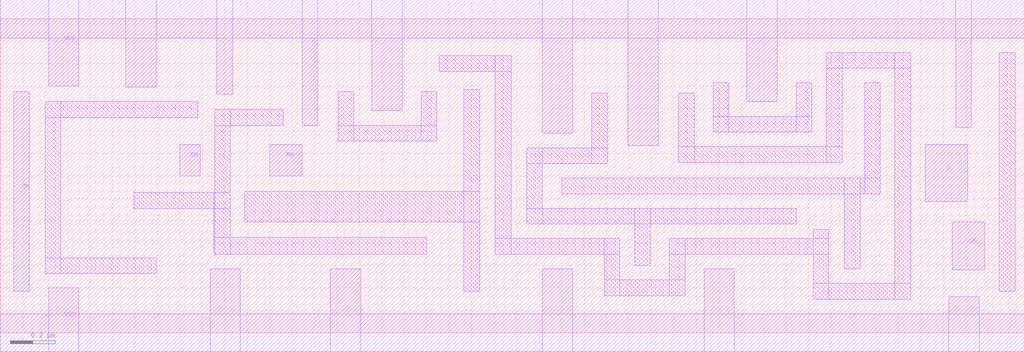
<source format=lef>
VERSION 5.6 ;
BUSBITCHARS "[]" ;
DIVIDERCHAR "/" ;

SITE FreePDK45_38x28_10R_NP_162NW_34O
  SYMMETRY y ;
  CLASS CORE ;
  SIZE 0.19 BY 1.4 ;
END FreePDK45_38x28_10R_NP_162NW_34O

MACRO AND2_X1_bottom
  CLASS CORE ;
  ORIGIN 0 0 ;
  FOREIGN AND2_X1_bottom 0 0 ;
  SIZE 0.76 BY 1.4 ;
  SYMMETRY X Y ;
  SITE FreePDK45_38x28_10R_NP_162NW_34O ;
  PIN A1
    DIRECTION INPUT ;
    USE SIGNAL ;
    PORT
      LAYER M1 ;
        RECT 0.06 0.525 0.185 0.7 ;
    END
  END A1
  PIN A2
    DIRECTION INPUT ;
    USE SIGNAL ;
    PORT
      LAYER M1 ;
        RECT 0.25 0.525 0.38 0.7 ;
    END
  END A2
  PIN ZN
    DIRECTION OUTPUT ;
    USE SIGNAL ;
    PORT
      LAYER M1 ;
        RECT 0.61 0.19 0.7 1.25 ;
    END
  END ZN
  PIN VDD
    DIRECTION INOUT ;
    USE POWER ;
    SHAPE ABUTMENT ;
    PORT
      LAYER M1 ;
        RECT 0 1.315 0.76 1.485 ;
        RECT 0.415 0.975 0.485 1.485 ;
        RECT 0.04 0.975 0.11 1.485 ;
    END
  END VDD
  PIN VSS
    DIRECTION INOUT ;
    USE GROUND ;
    SHAPE ABUTMENT ;
    PORT
      LAYER M1 ;
        RECT 0 -0.085 0.76 0.085 ;
        RECT 0.415 -0.085 0.485 0.325 ;
    END
  END VSS
  OBS
    LAYER M1 ;
      RECT 0.235 0.84 0.305 1.25 ;
      RECT 0.235 0.84 0.54 0.91 ;
      RECT 0.47 0.39 0.54 0.91 ;
      RECT 0.045 0.39 0.54 0.46 ;
      RECT 0.045 0.19 0.115 0.46 ;
  END
END AND2_X1_bottom

MACRO AND2_X2_bottom
  CLASS CORE ;
  ORIGIN 0 0 ;
  FOREIGN AND2_X2_bottom 0 0 ;
  SIZE 0.95 BY 1.4 ;
  SYMMETRY X Y ;
  SITE FreePDK45_38x28_10R_NP_162NW_34O ;
  PIN A1
    DIRECTION INPUT ;
    USE SIGNAL ;
    PORT
      LAYER M1 ;
        RECT 0.06 0.525 0.185 0.7 ;
    END
  END A1
  PIN A2
    DIRECTION INPUT ;
    USE SIGNAL ;
    PORT
      LAYER M1 ;
        RECT 0.25 0.525 0.38 0.7 ;
    END
  END A2
  PIN ZN
    DIRECTION OUTPUT ;
    USE SIGNAL ;
    PORT
      LAYER M1 ;
        RECT 0.615 0.15 0.7 1.25 ;
    END
  END ZN
  PIN VDD
    DIRECTION INOUT ;
    USE POWER ;
    SHAPE ABUTMENT ;
    PORT
      LAYER M1 ;
        RECT 0 1.315 0.95 1.485 ;
        RECT 0.795 0.975 0.865 1.485 ;
        RECT 0.415 0.975 0.485 1.485 ;
        RECT 0.04 0.975 0.11 1.485 ;
    END
  END VDD
  PIN VSS
    DIRECTION INOUT ;
    USE GROUND ;
    SHAPE ABUTMENT ;
    PORT
      LAYER M1 ;
        RECT 0 -0.085 0.95 0.085 ;
        RECT 0.795 -0.085 0.865 0.425 ;
        RECT 0.415 -0.085 0.485 0.285 ;
    END
  END VSS
  OBS
    LAYER M1 ;
      RECT 0.235 0.84 0.305 1.25 ;
      RECT 0.235 0.84 0.545 0.91 ;
      RECT 0.475 0.39 0.545 0.91 ;
      RECT 0.045 0.39 0.545 0.46 ;
      RECT 0.045 0.15 0.115 0.46 ;
  END
END AND2_X2_bottom

MACRO AND2_X4_bottom
  CLASS CORE ;
  ORIGIN 0 0 ;
  FOREIGN AND2_X4_bottom 0 0 ;
  SIZE 1.71 BY 1.4 ;
  SYMMETRY X Y ;
  SITE FreePDK45_38x28_10R_NP_162NW_34O ;
  PIN A1
    DIRECTION INPUT ;
    USE SIGNAL ;
    PORT
      LAYER M1 ;
        RECT 0.25 0.42 0.38 0.66 ;
    END
  END A1
  PIN A2
    DIRECTION INPUT ;
    USE SIGNAL ;
    PORT
      LAYER M1 ;
        RECT 0.06 0.725 0.76 0.795 ;
        RECT 0.69 0.525 0.76 0.795 ;
        RECT 0.06 0.42 0.185 0.795 ;
    END
  END A2
  PIN ZN
    DIRECTION OUTPUT ;
    USE SIGNAL ;
    PORT
      LAYER M1 ;
        RECT 1.365 0.15 1.435 1.25 ;
        RECT 0.995 0.68 1.435 0.75 ;
        RECT 0.995 0.15 1.08 1.25 ;
    END
  END ZN
  PIN VDD
    DIRECTION INOUT ;
    USE POWER ;
    SHAPE ABUTMENT ;
    PORT
      LAYER M1 ;
        RECT 0 1.315 1.71 1.485 ;
        RECT 1.555 0.995 1.625 1.485 ;
        RECT 1.175 0.995 1.245 1.485 ;
        RECT 0.795 0.995 0.865 1.485 ;
        RECT 0.415 0.995 0.485 1.485 ;
        RECT 0.04 0.995 0.11 1.485 ;
    END
  END VDD
  PIN VSS
    DIRECTION INOUT ;
    USE GROUND ;
    SHAPE ABUTMENT ;
    PORT
      LAYER M1 ;
        RECT 0 -0.085 1.71 0.085 ;
        RECT 1.555 -0.085 1.625 0.355 ;
        RECT 1.175 -0.085 1.245 0.355 ;
        RECT 0.795 -0.085 0.865 0.215 ;
        RECT 0.04 -0.085 0.11 0.355 ;
    END
  END VSS
  OBS
    LAYER M1 ;
      RECT 0.605 0.86 0.675 1.25 ;
      RECT 0.235 0.86 0.305 1.25 ;
      RECT 0.235 0.86 0.92 0.93 ;
      RECT 0.85 0.285 0.92 0.93 ;
      RECT 0.425 0.285 0.92 0.355 ;
      RECT 0.425 0.22 0.495 0.355 ;
  END
END AND2_X4_bottom

MACRO AND3_X1_bottom
  CLASS CORE ;
  ORIGIN 0 0 ;
  FOREIGN AND3_X1_bottom 0 0 ;
  SIZE 0.95 BY 1.4 ;
  SYMMETRY X Y ;
  SITE FreePDK45_38x28_10R_NP_162NW_34O ;
  PIN A1
    DIRECTION INPUT ;
    USE SIGNAL ;
    PORT
      LAYER M1 ;
        RECT 0.06 0.525 0.185 0.7 ;
    END
  END A1
  PIN A2
    DIRECTION INPUT ;
    USE SIGNAL ;
    PORT
      LAYER M1 ;
        RECT 0.25 0.525 0.375 0.7 ;
    END
  END A2
  PIN A3
    DIRECTION INPUT ;
    USE SIGNAL ;
    PORT
      LAYER M1 ;
        RECT 0.44 0.525 0.57 0.7 ;
    END
  END A3
  PIN ZN
    DIRECTION OUTPUT ;
    USE SIGNAL ;
    PORT
      LAYER M1 ;
        RECT 0.8 0.975 0.89 1.25 ;
        RECT 0.82 0.15 0.89 1.25 ;
        RECT 0.8 0.15 0.89 0.425 ;
    END
  END ZN
  PIN VDD
    DIRECTION INOUT ;
    USE POWER ;
    SHAPE ABUTMENT ;
    PORT
      LAYER M1 ;
        RECT 0 1.315 0.95 1.485 ;
        RECT 0.605 1 0.675 1.485 ;
        RECT 0.225 1.04 0.295 1.485 ;
    END
  END VDD
  PIN VSS
    DIRECTION INOUT ;
    USE GROUND ;
    SHAPE ABUTMENT ;
    PORT
      LAYER M1 ;
        RECT 0 -0.085 0.95 0.085 ;
        RECT 0.605 -0.085 0.675 0.285 ;
    END
  END VSS
  OBS
    LAYER M1 ;
      RECT 0.415 0.865 0.485 1.25 ;
      RECT 0.045 0.865 0.115 1.25 ;
      RECT 0.045 0.865 0.705 0.935 ;
      RECT 0.635 0.35 0.705 0.935 ;
      RECT 0.635 0.525 0.755 0.66 ;
      RECT 0.045 0.35 0.705 0.42 ;
      RECT 0.045 0.15 0.115 0.42 ;
  END
END AND3_X1_bottom

MACRO AND3_X2_bottom
  CLASS CORE ;
  ORIGIN 0 0 ;
  FOREIGN AND3_X2_bottom 0 0 ;
  SIZE 1.14 BY 1.4 ;
  SYMMETRY X Y ;
  SITE FreePDK45_38x28_10R_NP_162NW_34O ;
  PIN A1
    DIRECTION INPUT ;
    USE SIGNAL ;
    PORT
      LAYER M1 ;
        RECT 0.06 0.525 0.185 0.7 ;
    END
  END A1
  PIN A2
    DIRECTION INPUT ;
    USE SIGNAL ;
    PORT
      LAYER M1 ;
        RECT 0.25 0.525 0.375 0.7 ;
    END
  END A2
  PIN A3
    DIRECTION INPUT ;
    USE SIGNAL ;
    PORT
      LAYER M1 ;
        RECT 0.44 0.525 0.57 0.7 ;
    END
  END A3
  PIN ZN
    DIRECTION OUTPUT ;
    USE SIGNAL ;
    PORT
      LAYER M1 ;
        RECT 0.805 0.15 0.89 1.25 ;
    END
  END ZN
  PIN VDD
    DIRECTION INOUT ;
    USE POWER ;
    SHAPE ABUTMENT ;
    PORT
      LAYER M1 ;
        RECT 0 1.315 1.14 1.485 ;
        RECT 0.99 0.975 1.06 1.485 ;
        RECT 0.605 0.975 0.675 1.485 ;
        RECT 0.225 0.975 0.295 1.485 ;
    END
  END VDD
  PIN VSS
    DIRECTION INOUT ;
    USE GROUND ;
    SHAPE ABUTMENT ;
    PORT
      LAYER M1 ;
        RECT 0 -0.085 1.14 0.085 ;
        RECT 0.99 -0.085 1.06 0.425 ;
        RECT 0.605 -0.085 0.675 0.285 ;
    END
  END VSS
  OBS
    LAYER M1 ;
      RECT 0.415 0.8 0.485 1.25 ;
      RECT 0.045 0.8 0.115 1.25 ;
      RECT 0.045 0.8 0.735 0.87 ;
      RECT 0.665 0.355 0.735 0.87 ;
      RECT 0.045 0.355 0.735 0.425 ;
      RECT 0.045 0.15 0.115 0.425 ;
  END
END AND3_X2_bottom

MACRO AND3_X4_bottom
  CLASS CORE ;
  ORIGIN 0 0 ;
  FOREIGN AND3_X4_bottom 0 0 ;
  SIZE 2.09 BY 1.4 ;
  SYMMETRY X Y ;
  SITE FreePDK45_38x28_10R_NP_162NW_34O ;
  PIN A1
    DIRECTION INPUT ;
    USE SIGNAL ;
    PORT
      LAYER M1 ;
        RECT 0.595 0.555 0.73 0.7 ;
    END
  END A1
  PIN A2
    DIRECTION INPUT ;
    USE SIGNAL ;
    PORT
      LAYER M1 ;
        RECT 0.82 0.42 0.95 0.7 ;
        RECT 0.34 0.42 0.95 0.49 ;
        RECT 0.34 0.42 0.41 0.66 ;
    END
  END A2
  PIN A3
    DIRECTION INPUT ;
    USE SIGNAL ;
    PORT
      LAYER M1 ;
        RECT 0.12 0.765 1.14 0.835 ;
        RECT 1.07 0.525 1.14 0.835 ;
        RECT 0.12 0.525 0.19 0.835 ;
        RECT 0.06 0.525 0.19 0.7 ;
    END
  END A3
  PIN ZN
    DIRECTION OUTPUT ;
    USE SIGNAL ;
    PORT
      LAYER M1 ;
        RECT 1.745 0.15 1.815 1.25 ;
        RECT 1.375 0.56 1.815 0.7 ;
        RECT 1.375 0.15 1.445 1.25 ;
    END
  END ZN
  PIN VDD
    DIRECTION INOUT ;
    USE POWER ;
    SHAPE ABUTMENT ;
    PORT
      LAYER M1 ;
        RECT 0 1.315 2.09 1.485 ;
        RECT 1.935 1.035 2.005 1.485 ;
        RECT 1.555 1.035 1.625 1.485 ;
        RECT 1.175 1.035 1.245 1.485 ;
        RECT 0.795 1.035 0.865 1.485 ;
        RECT 0.415 1.035 0.485 1.485 ;
        RECT 0.04 1.035 0.11 1.485 ;
    END
  END VDD
  PIN VSS
    DIRECTION INOUT ;
    USE GROUND ;
    SHAPE ABUTMENT ;
    PORT
      LAYER M1 ;
        RECT 0 -0.085 2.09 0.085 ;
        RECT 1.935 -0.085 2.005 0.425 ;
        RECT 1.555 -0.085 1.625 0.425 ;
        RECT 1.175 -0.085 1.245 0.195 ;
        RECT 0.04 -0.085 0.11 0.425 ;
    END
  END VSS
  OBS
    LAYER M1 ;
      RECT 0.985 0.9 1.055 1.25 ;
      RECT 0.605 0.9 0.675 1.25 ;
      RECT 0.235 0.9 0.305 1.25 ;
      RECT 0.235 0.9 1.305 0.97 ;
      RECT 1.235 0.26 1.305 0.97 ;
      RECT 0.615 0.26 1.305 0.33 ;
      RECT 0.615 0.15 0.685 0.33 ;
  END
END AND3_X4_bottom

MACRO AND4_X1_bottom
  CLASS CORE ;
  ORIGIN 0 0 ;
  FOREIGN AND4_X1_bottom 0 0 ;
  SIZE 1.14 BY 1.4 ;
  SYMMETRY X Y ;
  SITE FreePDK45_38x28_10R_NP_162NW_34O ;
  PIN A1
    DIRECTION INPUT ;
    USE SIGNAL ;
    PORT
      LAYER M1 ;
        RECT 0.06 0.525 0.185 0.7 ;
    END
  END A1
  PIN A2
    DIRECTION INPUT ;
    USE SIGNAL ;
    PORT
      LAYER M1 ;
        RECT 0.25 0.525 0.375 0.7 ;
    END
  END A2
  PIN A3
    DIRECTION INPUT ;
    USE SIGNAL ;
    PORT
      LAYER M1 ;
        RECT 0.44 0.525 0.565 0.7 ;
    END
  END A3
  PIN A4
    DIRECTION INPUT ;
    USE SIGNAL ;
    PORT
      LAYER M1 ;
        RECT 0.63 0.525 0.76 0.7 ;
    END
  END A4
  PIN ZN
    DIRECTION OUTPUT ;
    USE SIGNAL ;
    PORT
      LAYER M1 ;
        RECT 0.99 0.15 1.08 1.25 ;
    END
  END ZN
  PIN VDD
    DIRECTION INOUT ;
    USE POWER ;
    SHAPE ABUTMENT ;
    PORT
      LAYER M1 ;
        RECT 0 1.315 1.14 1.485 ;
        RECT 0.795 0.975 0.865 1.485 ;
        RECT 0.415 0.975 0.485 1.485 ;
        RECT 0.04 0.975 0.11 1.485 ;
    END
  END VDD
  PIN VSS
    DIRECTION INOUT ;
    USE GROUND ;
    SHAPE ABUTMENT ;
    PORT
      LAYER M1 ;
        RECT 0 -0.085 1.14 0.085 ;
        RECT 0.795 -0.085 0.865 0.285 ;
    END
  END VSS
  OBS
    LAYER M1 ;
      RECT 0.605 0.84 0.675 1.25 ;
      RECT 0.235 0.84 0.305 1.25 ;
      RECT 0.235 0.84 0.925 0.91 ;
      RECT 0.855 0.35 0.925 0.91 ;
      RECT 0.045 0.35 0.925 0.42 ;
      RECT 0.045 0.15 0.115 0.42 ;
  END
END AND4_X1_bottom

MACRO AND4_X2_bottom
  CLASS CORE ;
  ORIGIN 0 0 ;
  FOREIGN AND4_X2_bottom 0 0 ;
  SIZE 1.33 BY 1.4 ;
  SYMMETRY X Y ;
  SITE FreePDK45_38x28_10R_NP_162NW_34O ;
  PIN A1
    DIRECTION INPUT ;
    USE SIGNAL ;
    PORT
      LAYER M1 ;
        RECT 0.06 0.525 0.185 0.7 ;
    END
  END A1
  PIN A2
    DIRECTION INPUT ;
    USE SIGNAL ;
    PORT
      LAYER M1 ;
        RECT 0.25 0.525 0.375 0.7 ;
    END
  END A2
  PIN A3
    DIRECTION INPUT ;
    USE SIGNAL ;
    PORT
      LAYER M1 ;
        RECT 0.44 0.525 0.565 0.7 ;
    END
  END A3
  PIN A4
    DIRECTION INPUT ;
    USE SIGNAL ;
    PORT
      LAYER M1 ;
        RECT 0.63 0.525 0.76 0.7 ;
    END
  END A4
  PIN ZN
    DIRECTION OUTPUT ;
    USE SIGNAL ;
    PORT
      LAYER M1 ;
        RECT 0.995 0.15 1.08 1.25 ;
    END
  END ZN
  PIN VDD
    DIRECTION INOUT ;
    USE POWER ;
    SHAPE ABUTMENT ;
    PORT
      LAYER M1 ;
        RECT 0 1.315 1.33 1.485 ;
        RECT 1.18 0.975 1.25 1.485 ;
        RECT 0.795 0.975 0.865 1.485 ;
        RECT 0.415 0.975 0.485 1.485 ;
        RECT 0.04 0.975 0.11 1.485 ;
    END
  END VDD
  PIN VSS
    DIRECTION INOUT ;
    USE GROUND ;
    SHAPE ABUTMENT ;
    PORT
      LAYER M1 ;
        RECT 0 -0.085 1.33 0.085 ;
        RECT 1.18 -0.085 1.25 0.425 ;
        RECT 0.795 -0.085 0.865 0.27 ;
    END
  END VSS
  OBS
    LAYER M1 ;
      RECT 0.605 0.8 0.675 1.25 ;
      RECT 0.235 0.8 0.305 1.25 ;
      RECT 0.235 0.8 0.925 0.87 ;
      RECT 0.855 0.355 0.925 0.87 ;
      RECT 0.045 0.355 0.925 0.425 ;
      RECT 0.045 0.15 0.115 0.425 ;
  END
END AND4_X2_bottom






MACRO AOI21_X1_bottom
  CLASS CORE ;
  ORIGIN 0 0 ;
  FOREIGN AOI21_X1_bottom 0 0 ;
  SIZE 0.76 BY 1.4 ;
  SYMMETRY X Y ;
  SITE FreePDK45_38x28_10R_NP_162NW_34O ;
  PIN A
    DIRECTION INPUT ;
    USE SIGNAL ;
    PORT
      LAYER M1 ;
        RECT 0.575 0.525 0.7 0.7 ;
    END
  END A
  PIN B1
    DIRECTION INPUT ;
    USE SIGNAL ;
    PORT
      LAYER M1 ;
        RECT 0.4 0.525 0.51 0.7 ;
    END
  END B1
  PIN B2
    DIRECTION INPUT ;
    USE SIGNAL ;
    PORT
      LAYER M1 ;
        RECT 0.06 0.525 0.2 0.7 ;
    END
  END B2
  PIN ZN
    DIRECTION OUTPUT ;
    USE SIGNAL ;
    PORT
      LAYER M1 ;
        RECT 0.265 0.355 0.525 0.425 ;
        RECT 0.44 0.15 0.525 0.425 ;
        RECT 0.265 0.355 0.335 1.115 ;
    END
  END ZN
  PIN VDD
    DIRECTION INOUT ;
    USE POWER ;
    SHAPE ABUTMENT ;
    PORT
      LAYER M1 ;
        RECT 0 1.315 0.76 1.485 ;
        RECT 0.645 0.905 0.715 1.485 ;
    END
  END VDD
  PIN VSS
    DIRECTION INOUT ;
    USE GROUND ;
    SHAPE ABUTMENT ;
    PORT
      LAYER M1 ;
        RECT 0 -0.085 0.76 0.085 ;
        RECT 0.645 -0.085 0.715 0.355 ;
        RECT 0.08 -0.085 0.15 0.425 ;
    END
  END VSS
  OBS
    LAYER M1 ;
      RECT 0.085 1.18 0.525 1.25 ;
      RECT 0.455 0.905 0.525 1.25 ;
      RECT 0.085 0.905 0.155 1.25 ;
  END
END AOI21_X1_bottom

MACRO AOI21_X2_bottom
  CLASS CORE ;
  ORIGIN 0 0 ;
  FOREIGN AOI21_X2_bottom 0 0 ;
  SIZE 1.33 BY 1.4 ;
  SYMMETRY X Y ;
  SITE FreePDK45_38x28_10R_NP_162NW_34O ;
  PIN A
    DIRECTION INPUT ;
    USE SIGNAL ;
    PORT
      LAYER M1 ;
        RECT 0.215 0.56 0.35 0.7 ;
    END
  END A
  PIN B1
    DIRECTION INPUT ;
    USE SIGNAL ;
    PORT
      LAYER M1 ;
        RECT 0.765 0.56 0.9 0.7 ;
    END
  END B1
  PIN B2
    DIRECTION INPUT ;
    USE SIGNAL ;
    PORT
      LAYER M1 ;
        RECT 0.63 0.77 1.18 0.84 ;
        RECT 1.11 0.525 1.18 0.84 ;
        RECT 0.63 0.525 0.7 0.84 ;
        RECT 0.57 0.525 0.7 0.7 ;
    END
  END B2
  PIN ZN
    DIRECTION OUTPUT ;
    USE SIGNAL ;
    PORT
      LAYER M1 ;
        RECT 0.435 0.905 1.13 0.975 ;
        RECT 0.25 0.355 0.905 0.425 ;
        RECT 0.835 0.15 0.905 0.425 ;
        RECT 0.435 0.355 0.505 0.975 ;
        RECT 0.25 0.15 0.335 0.425 ;
    END
  END ZN
  PIN VDD
    DIRECTION INOUT ;
    USE POWER ;
    SHAPE ABUTMENT ;
    PORT
      LAYER M1 ;
        RECT 0 1.315 1.33 1.485 ;
        RECT 0.265 1.205 0.335 1.485 ;
    END
  END VDD
  PIN VSS
    DIRECTION INOUT ;
    USE GROUND ;
    SHAPE ABUTMENT ;
    PORT
      LAYER M1 ;
        RECT 0 -0.085 1.33 0.085 ;
        RECT 1.215 -0.085 1.285 0.425 ;
        RECT 0.455 -0.085 0.525 0.285 ;
        RECT 0.08 -0.085 0.15 0.425 ;
    END
  END VSS
  OBS
    LAYER M1 ;
      RECT 1.215 0.975 1.285 1.25 ;
      RECT 0.085 0.975 0.155 1.25 ;
      RECT 0.085 1.07 1.285 1.14 ;
  END
END AOI21_X2_bottom








MACRO AOI22_X1_bottom
  CLASS CORE ;
  ORIGIN 0 0 ;
  FOREIGN AOI22_X1_bottom 0 0 ;
  SIZE 0.95 BY 1.4 ;
  SYMMETRY X Y ;
  SITE FreePDK45_38x28_10R_NP_162NW_34O ;
  PIN A1
    DIRECTION INPUT ;
    USE SIGNAL ;
    PORT
      LAYER M1 ;
        RECT 0.575 0.42 0.7 0.66 ;
    END
  END A1
  PIN A2
    DIRECTION INPUT ;
    USE SIGNAL ;
    PORT
      LAYER M1 ;
        RECT 0.765 0.42 0.89 0.66 ;
    END
  END A2
  PIN B1
    DIRECTION INPUT ;
    USE SIGNAL ;
    PORT
      LAYER M1 ;
        RECT 0.25 0.525 0.375 0.7 ;
    END
  END B1
  PIN B2
    DIRECTION INPUT ;
    USE SIGNAL ;
    PORT
      LAYER M1 ;
        RECT 0.06 0.525 0.185 0.7 ;
    END
  END B2
  PIN ZN
    DIRECTION OUTPUT ;
    USE SIGNAL ;
    PORT
      LAYER M1 ;
        RECT 0.62 0.725 0.69 1.005 ;
        RECT 0.44 0.725 0.69 0.795 ;
        RECT 0.44 0.15 0.51 0.795 ;
    END
  END ZN
  PIN VDD
    DIRECTION INOUT ;
    USE POWER ;
    SHAPE ABUTMENT ;
    PORT
      LAYER M1 ;
        RECT 0 1.315 0.95 1.485 ;
        RECT 0.24 1.205 0.31 1.485 ;
    END
  END VDD
  PIN VSS
    DIRECTION INOUT ;
    USE GROUND ;
    SHAPE ABUTMENT ;
    PORT
      LAYER M1 ;
        RECT 0 -0.085 0.95 0.085 ;
        RECT 0.81 -0.085 0.88 0.355 ;
        RECT 0.055 -0.085 0.125 0.355 ;
    END
  END VSS
  OBS
    LAYER M1 ;
      RECT 0.06 1.07 0.88 1.14 ;
      RECT 0.81 0.865 0.88 1.14 ;
      RECT 0.435 0.865 0.505 1.14 ;
      RECT 0.06 0.865 0.13 1.14 ;
  END
END AOI22_X1_bottom

MACRO AOI22_X2_bottom
  CLASS CORE ;
  ORIGIN 0 0 ;
  FOREIGN AOI22_X2_bottom 0 0 ;
  SIZE 1.71 BY 1.4 ;
  SYMMETRY X Y ;
  SITE FreePDK45_38x28_10R_NP_162NW_34O ;
  PIN A1
    DIRECTION INPUT ;
    USE SIGNAL ;
    PORT
      LAYER M1 ;
        RECT 1.155 0.56 1.29 0.7 ;
    END
  END A1
  PIN A2
    DIRECTION INPUT ;
    USE SIGNAL ;
    PORT
      LAYER M1 ;
        RECT 1.48 0.425 1.55 0.66 ;
        RECT 0.955 0.425 1.55 0.495 ;
        RECT 0.955 0.425 1.08 0.7 ;
    END
  END A2
  PIN B1
    DIRECTION INPUT ;
    USE SIGNAL ;
    PORT
      LAYER M1 ;
        RECT 0.395 0.56 0.53 0.7 ;
    END
  END B1
  PIN B2
    DIRECTION INPUT ;
    USE SIGNAL ;
    PORT
      LAYER M1 ;
        RECT 0.06 0.765 0.755 0.835 ;
        RECT 0.685 0.525 0.755 0.835 ;
        RECT 0.06 0.525 0.195 0.835 ;
    END
  END B2
  PIN ZN
    DIRECTION OUTPUT ;
    USE SIGNAL ;
    PORT
      LAYER M1 ;
        RECT 1.375 0.765 1.445 1.065 ;
        RECT 0.82 0.765 1.445 0.835 ;
        RECT 0.395 0.28 1.285 0.355 ;
        RECT 1.15 0.15 1.285 0.355 ;
        RECT 0.99 0.765 1.06 1.065 ;
        RECT 0.82 0.28 0.89 0.835 ;
        RECT 0.395 0.15 0.53 0.355 ;
    END
  END ZN
  PIN VDD
    DIRECTION INOUT ;
    USE POWER ;
    SHAPE ABUTMENT ;
    PORT
      LAYER M1 ;
        RECT 0 1.315 1.71 1.485 ;
        RECT 0.61 1.035 0.68 1.485 ;
        RECT 0.23 1.035 0.3 1.485 ;
    END
  END VDD
  PIN VSS
    DIRECTION INOUT ;
    USE GROUND ;
    SHAPE ABUTMENT ;
    PORT
      LAYER M1 ;
        RECT 0 -0.085 1.71 0.085 ;
        RECT 1.56 -0.085 1.63 0.36 ;
        RECT 0.77 -0.085 0.905 0.205 ;
        RECT 0.045 -0.085 0.115 0.39 ;
    END
  END VSS
  OBS
    LAYER M1 ;
      RECT 0.8 1.18 1.63 1.25 ;
      RECT 1.56 0.975 1.63 1.25 ;
      RECT 0.42 0.9 0.49 1.25 ;
      RECT 0.05 0.9 0.12 1.25 ;
      RECT 1.18 0.975 1.25 1.25 ;
      RECT 0.8 0.9 0.87 1.25 ;
      RECT 0.05 0.9 0.87 0.97 ;
  END
END AOI22_X2_bottom


MACRO BUF_X1_bottom
  CLASS CORE ;
  ORIGIN 0 0 ;
  FOREIGN BUF_X1_bottom 0 0 ;
  SIZE 0.57 BY 1.4 ;
  SYMMETRY X Y ;
  SITE FreePDK45_38x28_10R_NP_162NW_34O ;
  PIN A
    DIRECTION INPUT ;
    USE SIGNAL ;
    PORT
      LAYER M1 ;
        RECT 0.06 0.525 0.19 0.7 ;
    END
  END A
  PIN Z
    DIRECTION OUTPUT ;
    USE SIGNAL ;
    PORT
      LAYER M1 ;
        RECT 0.42 0.19 0.51 1.24 ;
    END
  END Z
  PIN VDD
    DIRECTION INOUT ;
    USE POWER ;
    SHAPE ABUTMENT ;
    PORT
      LAYER M1 ;
        RECT 0 1.315 0.57 1.485 ;
        RECT 0.225 0.965 0.295 1.485 ;
    END
  END VDD
  PIN VSS
    DIRECTION INOUT ;
    USE GROUND ;
    SHAPE ABUTMENT ;
    PORT
      LAYER M1 ;
        RECT 0 -0.085 0.57 0.085 ;
        RECT 0.225 -0.085 0.295 0.325 ;
    END
  END VSS
  OBS
    LAYER M1 ;
      RECT 0.045 0.83 0.115 1.24 ;
      RECT 0.045 0.83 0.355 0.9 ;
      RECT 0.285 0.39 0.355 0.9 ;
      RECT 0.045 0.39 0.355 0.46 ;
      RECT 0.045 0.19 0.115 0.46 ;
  END
END BUF_X1_bottom


MACRO BUF_X2_bottom
  CLASS CORE ;
  ORIGIN 0 0 ;
  FOREIGN BUF_X2_bottom 0 0 ;
  SIZE 0.76 BY 1.4 ;
  SYMMETRY X Y ;
  SITE FreePDK45_38x28_10R_NP_162NW_34O ;
  PIN A
    DIRECTION INPUT ;
    USE SIGNAL ;
    PORT
      LAYER M1 ;
        RECT 0.06 0.525 0.23 0.7 ;
    END
  END A
  PIN Z
    DIRECTION OUTPUT ;
    USE SIGNAL ;
    PORT
      LAYER M1 ;
        RECT 0.465 0.56 0.7 0.7 ;
        RECT 0.465 0.15 0.535 1.25 ;
    END
  END Z
  PIN VDD
    DIRECTION INOUT ;
    USE POWER ;
    SHAPE ABUTMENT ;
    PORT
      LAYER M1 ;
        RECT 0 1.315 0.76 1.485 ;
        RECT 0.645 0.975 0.715 1.485 ;
        RECT 0.265 1.04 0.335 1.485 ;
    END
  END VDD
  PIN VSS
    DIRECTION INOUT ;
    USE GROUND ;
    SHAPE ABUTMENT ;
    PORT
      LAYER M1 ;
        RECT 0 -0.085 0.76 0.085 ;
        RECT 0.645 -0.085 0.715 0.425 ;
        RECT 0.265 -0.085 0.335 0.285 ;
    END
  END VSS
  OBS
    LAYER M1 ;
      RECT 0.085 0.82 0.155 1.25 ;
      RECT 0.085 0.82 0.395 0.89 ;
      RECT 0.325 0.39 0.395 0.89 ;
      RECT 0.085 0.39 0.395 0.46 ;
      RECT 0.085 0.15 0.155 0.46 ;
  END
END BUF_X2_bottom


MACRO BUF_X4_bottom
  CLASS CORE ;
  ORIGIN 0 0 ;
  FOREIGN BUF_X4_bottom 0 0 ;
  SIZE 1.33 BY 1.4 ;
  SYMMETRY X Y ;
  SITE FreePDK45_38x28_10R_NP_162NW_34O ;
  PIN A
    DIRECTION INPUT ;
    USE SIGNAL ;
    PORT
      LAYER M1 ;
        RECT 0.06 0.525 0.17 0.7 ;
    END
  END A
  PIN Z
    DIRECTION OUTPUT ;
    USE SIGNAL ;
    PORT
      LAYER M1 ;
        RECT 0.995 0.15 1.065 1.25 ;
        RECT 0.615 0.56 1.065 0.7 ;
        RECT 0.615 0.15 0.685 1.25 ;
    END
  END Z
  PIN VDD
    DIRECTION INOUT ;
    USE POWER ;
    SHAPE ABUTMENT ;
    PORT
      LAYER M1 ;
        RECT 0 1.315 1.33 1.485 ;
        RECT 1.175 0.975 1.245 1.485 ;
        RECT 0.795 0.975 0.865 1.485 ;
        RECT 0.415 0.975 0.485 1.485 ;
        RECT 0.04 0.975 0.11 1.485 ;
    END
  END VDD
  PIN VSS
    DIRECTION INOUT ;
    USE GROUND ;
    SHAPE ABUTMENT ;
    PORT
      LAYER M1 ;
        RECT 0 -0.085 1.33 0.085 ;
        RECT 1.175 -0.085 1.245 0.37 ;
        RECT 0.795 -0.085 0.865 0.37 ;
        RECT 0.415 -0.085 0.485 0.37 ;
        RECT 0.04 -0.085 0.11 0.37 ;
    END
  END VSS
  OBS
    LAYER M1 ;
      RECT 0.235 0.15 0.305 1.25 ;
      RECT 0.235 0.525 0.55 0.66 ;
  END
END BUF_X4_bottom

MACRO BUF_X8_bottom
  CLASS CORE ;
  ORIGIN 0 0 ;
  FOREIGN BUF_X8_bottom 0 0 ;
  SIZE 2.47 BY 1.4 ;
  SYMMETRY X Y ;
  SITE FreePDK45_38x28_10R_NP_162NW_34O ;
  PIN A
    DIRECTION INPUT ;
    USE SIGNAL ;
    PORT
      LAYER M1 ;
        RECT 0.06 0.525 0.17 0.7 ;
    END
  END A
  PIN Z
    DIRECTION OUTPUT ;
    USE SIGNAL ;
    PORT
      LAYER M1 ;
        RECT 2.125 0.15 2.195 1.25 ;
        RECT 0.995 0.56 2.195 0.7 ;
        RECT 1.755 0.56 1.825 1.25 ;
        RECT 1.745 0.15 1.815 0.7 ;
        RECT 1.365 0.15 1.435 1.25 ;
        RECT 0.995 0.15 1.065 1.25 ;
    END
  END Z
  PIN VDD
    DIRECTION INOUT ;
    USE POWER ;
    SHAPE ABUTMENT ;
    PORT
      LAYER M1 ;
        RECT 0 1.315 2.47 1.485 ;
        RECT 2.315 0.975 2.385 1.485 ;
        RECT 1.935 0.975 2.005 1.485 ;
        RECT 1.555 0.975 1.625 1.485 ;
        RECT 1.175 0.975 1.245 1.485 ;
        RECT 0.795 0.975 0.865 1.485 ;
        RECT 0.415 0.975 0.485 1.485 ;
        RECT 0.04 0.975 0.11 1.485 ;
    END
  END VDD
  PIN VSS
    DIRECTION INOUT ;
    USE GROUND ;
    SHAPE ABUTMENT ;
    PORT
      LAYER M1 ;
        RECT 0 -0.085 2.47 0.085 ;
        RECT 2.315 -0.085 2.385 0.425 ;
        RECT 1.935 -0.085 2.005 0.425 ;
        RECT 1.555 -0.085 1.625 0.425 ;
        RECT 1.185 -0.085 1.255 0.425 ;
        RECT 0.795 -0.085 0.865 0.425 ;
        RECT 0.415 -0.085 0.485 0.425 ;
        RECT 0.04 -0.085 0.11 0.425 ;
    END
  END VSS
  OBS
    LAYER M1 ;
      RECT 0.605 0.15 0.675 1.25 ;
      RECT 0.235 0.15 0.305 1.25 ;
      RECT 0.235 0.525 0.925 0.66 ;
  END
END BUF_X8_bottom




MACRO CLKGATETST_X1_bottom
  CLASS CORE ;
  ORIGIN 0 0 ;
  FOREIGN CLKGATETST_X1_bottom 0 0 ;
  SIZE 2.85 BY 1.4 ;
  SYMMETRY X Y ;
  SITE FreePDK45_38x28_10R_NP_162NW_34O ;
  PIN CK
    DIRECTION INPUT ;
    USE SIGNAL ;
    PORT
      LAYER M1 ;
        RECT 2.075 0.7 2.22 0.84 ;
    END
  END CK
  PIN E
    DIRECTION INPUT ;
    USE SIGNAL ;
    PORT
      LAYER M1 ;
        RECT 0.25 0.7 0.38 0.84 ;
    END
  END E
  PIN SE
    DIRECTION INPUT ;
    USE SIGNAL ;
    PORT
      LAYER M1 ;
        RECT 0.06 0.7 0.185 0.84 ;
    END
  END SE
  PIN GCK
    DIRECTION OUTPUT ;
    USE SIGNAL ;
    PORT
      LAYER M1 ;
        RECT 2.705 0.35 2.79 1.235 ;
    END
  END GCK
  PIN VDD
    DIRECTION INOUT ;
    USE POWER ;
    SHAPE ABUTMENT ;
    PORT
      LAYER M1 ;
        RECT 0 1.315 2.85 1.485 ;
        RECT 2.48 1.045 2.615 1.485 ;
        RECT 2.135 0.94 2.205 1.485 ;
        RECT 1.755 0.94 1.825 1.485 ;
        RECT 1.185 1.01 1.32 1.485 ;
        RECT 0.385 1.04 0.52 1.485 ;
    END
  END VDD
  PIN VSS
    DIRECTION INOUT ;
    USE GROUND ;
    SHAPE ABUTMENT ;
    PORT
      LAYER M1 ;
        RECT 0 -0.085 2.85 0.085 ;
        RECT 2.485 -0.085 2.62 0.385 ;
        RECT 1.75 -0.085 1.82 0.42 ;
        RECT 1.185 -0.085 1.32 0.38 ;
        RECT 0.385 -0.085 0.52 0.385 ;
        RECT 0.04 -0.085 0.11 0.42 ;
    END
  END VSS
  OBS
    LAYER M1 ;
      RECT 2.33 0.525 2.4 1.005 ;
      RECT 2.33 0.525 2.64 0.66 ;
      RECT 2.14 0.525 2.64 0.595 ;
      RECT 2.14 0.285 2.21 0.595 ;
      RECT 1.935 0.15 2.005 1.21 ;
      RECT 1.935 0.15 2.07 0.22 ;
      RECT 1.565 0.93 1.69 1.205 ;
      RECT 1.62 0.585 1.69 1.205 ;
      RECT 1.105 0.585 1.69 0.655 ;
      RECT 1.565 0.285 1.635 0.655 ;
      RECT 0.805 0.285 0.875 1.095 ;
      RECT 0.805 0.735 1.555 0.805 ;
      RECT 1.405 0.875 1.475 1.235 ;
      RECT 0.67 1.16 1.12 1.23 ;
      RECT 1.05 0.875 1.12 1.23 ;
      RECT 0.67 0.15 0.74 1.23 ;
      RECT 1.05 0.875 1.475 0.945 ;
      RECT 0.945 0.445 1.475 0.515 ;
      RECT 1.405 0.285 1.475 0.515 ;
      RECT 0.945 0.15 1.015 0.515 ;
      RECT 0.67 0.15 1.015 0.22 ;
      RECT 0.045 0.905 0.115 1.235 ;
      RECT 0.045 0.905 0.57 0.975 ;
      RECT 0.5 0.45 0.57 0.975 ;
      RECT 0.235 0.45 0.57 0.52 ;
      RECT 0.235 0.285 0.305 0.52 ;
  END
END CLKGATETST_X1_bottom








MACRO DFFRS_X1_bottom
  CLASS CORE ;
  ORIGIN 0 0 ;
  FOREIGN DFFRS_X1_bottom 0 0 ;
  SIZE 4.56 BY 1.4 ;
  SYMMETRY X Y ;
  SITE FreePDK45_38x28_10R_NP_162NW_34O ;
  PIN D
    DIRECTION INPUT ;
    USE SIGNAL ;
    PORT
      LAYER M1 ;
        RECT 4.12 0.585 4.31 0.84 ;
    END
  END D
  PIN RN
    DIRECTION INPUT ;
    USE SIGNAL ;
    PORT
      LAYER M1 ;
        RECT 1.2 0.7 1.345 0.84 ;
    END
  END RN
  PIN SN
    DIRECTION INPUT ;
    USE SIGNAL ;
    PORT
      LAYER M1 ;
        RECT 0.8 0.7 0.89 0.84 ;
    END
  END SN
  PIN CK
    DIRECTION INPUT ;
    USE SIGNAL ;
    PORT
      LAYER M1 ;
        RECT 4.24 0.28 4.385 0.495 ;
    END
  END CK
  PIN QN
    DIRECTION OUTPUT ;
    USE SIGNAL ;
    PORT
      LAYER M1 ;
        RECT 0.06 0.185 0.13 1.075 ;
    END
  END QN
  PIN VDD
    DIRECTION INOUT ;
    USE POWER ;
    SHAPE ABUTMENT ;
    PORT
      LAYER M1 ;
        RECT 0 1.315 4.56 1.485 ;
        RECT 4.255 0.915 4.325 1.485 ;
        RECT 3.325 1.03 3.46 1.485 ;
        RECT 2.795 0.835 2.93 1.485 ;
        RECT 2.415 0.89 2.55 1.485 ;
        RECT 1.655 0.99 1.79 1.485 ;
        RECT 1.345 0.925 1.415 1.485 ;
        RECT 0.965 1.065 1.035 1.485 ;
        RECT 0.56 1.095 0.695 1.485 ;
        RECT 0.215 1.1 0.35 1.485 ;
    END
  END VDD
  PIN VSS
    DIRECTION INOUT ;
    USE GROUND ;
    SHAPE ABUTMENT ;
    PORT
      LAYER M1 ;
        RECT 0 -0.085 4.56 0.085 ;
        RECT 4.225 -0.085 4.36 0.16 ;
        RECT 3.135 -0.085 3.27 0.285 ;
        RECT 2.415 -0.085 2.55 0.285 ;
        RECT 1.47 -0.085 1.605 0.285 ;
        RECT 0.935 -0.085 1.07 0.285 ;
        RECT 0.215 -0.085 0.35 0.2 ;
    END
  END VSS
  OBS
    LAYER M1 ;
      RECT 3.68 1.18 4.055 1.25 ;
      RECT 3.985 0.15 4.055 1.25 ;
      RECT 1.955 1.165 2.275 1.235 ;
      RECT 2.205 0.35 2.275 1.235 ;
      RECT 3.68 0.76 3.75 1.25 ;
      RECT 3.02 0.76 3.09 1.07 ;
      RECT 3.02 0.76 3.75 0.83 ;
      RECT 3.62 0.15 3.69 0.46 ;
      RECT 2.98 0.35 3.69 0.42 ;
      RECT 2.205 0.35 2.76 0.42 ;
      RECT 2.69 0.165 2.76 0.42 ;
      RECT 2.98 0.165 3.05 0.42 ;
      RECT 2.69 0.165 3.05 0.235 ;
      RECT 3.62 0.15 4.055 0.22 ;
      RECT 3.85 0.62 3.92 1.115 ;
      RECT 2.5 0.62 3.92 0.69 ;
      RECT 3.76 0.285 3.83 0.69 ;
      RECT 3.545 0.895 3.615 1.115 ;
      RECT 3.175 0.895 3.245 1.115 ;
      RECT 3.175 0.895 3.615 0.965 ;
      RECT 2.635 0.755 2.705 1.07 ;
      RECT 2.345 0.755 2.705 0.825 ;
      RECT 2.345 0.485 2.415 0.825 ;
      RECT 2.345 0.485 3.545 0.555 ;
      RECT 2.825 0.3 2.895 0.555 ;
      RECT 2.065 0.185 2.135 1.085 ;
      RECT 1.09 0.495 2.135 0.63 ;
      RECT 1.875 0.855 1.945 1.075 ;
      RECT 1.505 0.855 1.575 1.075 ;
      RECT 1.505 0.855 1.945 0.925 ;
      RECT 0.955 0.925 1.26 0.995 ;
      RECT 0.955 0.35 1.025 0.995 ;
      RECT 0.595 0.555 1.025 0.625 ;
      RECT 0.95 0.35 1.025 0.625 ;
      RECT 0.95 0.35 1.9 0.425 ;
      RECT 0.2 0.96 0.88 1.03 ;
      RECT 0.2 0.265 0.27 1.03 ;
      RECT 0.2 0.265 0.695 0.335 ;
      RECT 4.45 0.185 4.52 1.25 ;
  END
END DFFRS_X1_bottom






MACRO DFF_X1_bottom
  CLASS CORE ;
  ORIGIN 0 0 ;
  FOREIGN DFF_X1_bottom 0 0 ;
  SIZE 3.23 BY 1.4 ;
  SYMMETRY X Y ;
  SITE FreePDK45_38x28_10R_NP_162NW_34O ;
  PIN D
    DIRECTION INPUT ;
    USE SIGNAL ;
    PORT
      LAYER M1 ;
        RECT 0.81 0.53 0.97 0.7 ;
    END
  END D
  PIN CK
    DIRECTION INPUT ;
    USE SIGNAL ;
    PORT
      LAYER M1 ;
        RECT 1.56 0.53 1.67 0.7 ;
    END
  END CK
  PIN Q
    DIRECTION OUTPUT ;
    USE SIGNAL ;
    PORT
      LAYER M1 ;
        RECT 3.1 0.26 3.17 1.13 ;
    END
  END Q
  PIN VDD
    DIRECTION INOUT ;
    USE POWER ;
    SHAPE ABUTMENT ;
    PORT
      LAYER M1 ;
        RECT 0 1.315 3.23 1.485 ;
        RECT 2.905 0.985 2.975 1.485 ;
        RECT 2.345 1.1 2.48 1.485 ;
        RECT 1.61 0.9 1.68 1.485 ;
        RECT 1.005 1.08 1.075 1.485 ;
        RECT 0.24 0.98 0.31 1.485 ;
    END
  END VDD
  PIN VSS
    DIRECTION INOUT ;
    USE GROUND ;
    SHAPE ABUTMENT ;
    PORT
      LAYER M1 ;
        RECT 0 -0.085 3.23 0.085 ;
        RECT 2.905 -0.085 2.975 0.46 ;
        RECT 2.345 -0.085 2.48 0.37 ;
        RECT 1.61 -0.085 1.68 0.36 ;
        RECT 0.975 -0.085 1.11 0.3 ;
        RECT 0.24 -0.085 0.31 0.405 ;
    END
  END VSS
  OBS
    LAYER M1 ;
      RECT 2.57 0.225 2.64 1.115 ;
      RECT 2.57 0.85 3.035 0.92 ;
      RECT 2.965 0.525 3.035 0.92 ;
      RECT 2.265 0.73 2.64 0.8 ;
      RECT 2 0.285 2.07 1.2 ;
      RECT 2 0.525 2.505 0.66 ;
      RECT 1.14 1.18 1.495 1.25 ;
      RECT 1.425 0.225 1.495 1.25 ;
      RECT 0.485 1.18 0.94 1.25 ;
      RECT 0.87 0.945 0.94 1.25 ;
      RECT 1.14 0.945 1.21 1.25 ;
      RECT 0.87 0.945 1.21 1.015 ;
      RECT 1.425 0.765 1.925 0.835 ;
      RECT 1.855 0.15 1.925 0.835 ;
      RECT 1.855 0.15 2.205 0.22 ;
      RECT 1.275 0.37 1.345 0.995 ;
      RECT 0.38 0.15 0.45 0.545 ;
      RECT 0.785 0.37 1.345 0.44 ;
      RECT 1.2 0.27 1.27 0.44 ;
      RECT 0.785 0.15 0.855 0.44 ;
      RECT 0.38 0.15 0.855 0.22 ;
      RECT 0.635 0.285 0.705 1.115 ;
      RECT 0.635 0.765 1.19 0.835 ;
      RECT 1.12 0.53 1.19 0.835 ;
      RECT 0.06 0.27 0.13 1.13 ;
      RECT 0.06 0.61 0.57 0.745 ;
  END
END DFF_X1_bottom


MACRO DLH_X1_bottom
  CLASS CORE ;
  ORIGIN 0 0 ;
  FOREIGN DLH_X1_bottom 0 0 ;
  SIZE 1.9 BY 1.4 ;
  SYMMETRY X Y ;
  SITE FreePDK45_38x28_10R_NP_162NW_34O ;
  PIN D
    DIRECTION INPUT ;
    USE SIGNAL ;
    PORT
      LAYER M1 ;
        RECT 0.95 0.525 1.08 0.7 ;
    END
  END D
  PIN G
    DIRECTION INPUT ;
    USE SIGNAL ;
    PORT
      LAYER M1 ;
        RECT 0.2 0.525 0.32 0.7 ;
    END
  END G
  PIN Q
    DIRECTION OUTPUT ;
    USE SIGNAL ;
    PORT
      LAYER M1 ;
        RECT 0.44 0.185 0.51 0.785 ;
    END
  END Q
  PIN VDD
    DIRECTION INOUT ;
    USE POWER ;
    SHAPE ABUTMENT ;
    PORT
      LAYER M1 ;
        RECT 0 1.315 1.9 1.485 ;
        RECT 1.595 1.025 1.665 1.485 ;
        RECT 0.845 0.965 0.915 1.485 ;
        RECT 0.25 0.985 0.32 1.485 ;
    END
  END VDD
  PIN VSS
    DIRECTION INOUT ;
    USE GROUND ;
    SHAPE ABUTMENT ;
    PORT
      LAYER M1 ;
        RECT 0 -0.085 1.9 0.085 ;
        RECT 1.595 -0.085 1.665 0.445 ;
        RECT 0.805 -0.085 0.94 0.285 ;
        RECT 0.25 -0.085 0.32 0.32 ;
    END
  END VSS
  OBS
    LAYER M1 ;
      RECT 1.79 0.32 1.86 1.16 ;
      RECT 1.485 0.525 1.86 0.595 ;
      RECT 1.19 1.045 1.415 1.115 ;
      RECT 1.345 0.35 1.415 1.115 ;
      RECT 1.345 0.66 1.725 0.795 ;
      RECT 0.785 0.35 0.855 0.66 ;
      RECT 0.785 0.35 1.415 0.42 ;
      RECT 1.025 1.18 1.43 1.25 ;
      RECT 1.025 0.765 1.095 1.25 ;
      RECT 0.65 0.185 0.72 1.115 ;
      RECT 0.65 0.765 1.215 0.835 ;
      RECT 1.145 0.49 1.215 0.835 ;
      RECT 1.145 0.49 1.28 0.56 ;
      RECT 0.505 1.18 0.78 1.25 ;
      RECT 0.065 0.185 0.135 1.24 ;
      RECT 0.505 0.85 0.575 1.25 ;
      RECT 0.065 0.85 0.575 0.92 ;
  END
END DLH_X1_bottom

MACRO DLH_X2_bottom
  CLASS CORE ;
  ORIGIN 0 0 ;
  FOREIGN DLH_X2_bottom 0 0 ;
  SIZE 2.09 BY 1.4 ;
  SYMMETRY X Y ;
  SITE FreePDK45_38x28_10R_NP_162NW_34O ;
  PIN D
    DIRECTION INPUT ;
    USE SIGNAL ;
    PORT
      LAYER M1 ;
        RECT 1.135 0.525 1.27 0.7 ;
    END
  END D
  PIN G
    DIRECTION INPUT ;
    USE SIGNAL ;
    PORT
      LAYER M1 ;
        RECT 0.18 0.525 0.32 0.7 ;
    END
  END G
  PIN Q
    DIRECTION OUTPUT ;
    USE SIGNAL ;
    PORT
      LAYER M1 ;
        RECT 0.44 0.185 0.51 0.785 ;
    END
  END Q
  PIN VDD
    DIRECTION INOUT ;
    USE POWER ;
    SHAPE ABUTMENT ;
    PORT
      LAYER M1 ;
        RECT 0 1.315 2.09 1.485 ;
        RECT 1.78 1.08 1.85 1.485 ;
        RECT 1.03 1.04 1.1 1.485 ;
        RECT 0.62 1 0.69 1.485 ;
        RECT 0.24 1.055 0.31 1.485 ;
    END
  END VDD
  PIN VSS
    DIRECTION INOUT ;
    USE GROUND ;
    SHAPE ABUTMENT ;
    PORT
      LAYER M1 ;
        RECT 0 -0.085 2.09 0.085 ;
        RECT 1.78 -0.085 1.85 0.32 ;
        RECT 1.03 -0.085 1.1 0.32 ;
        RECT 0.62 -0.085 0.69 0.255 ;
        RECT 0.24 -0.085 0.31 0.255 ;
    END
  END VSS
  OBS
    LAYER M1 ;
      RECT 1.975 0.185 2.045 1.215 ;
      RECT 1.705 0.495 2.045 0.63 ;
      RECT 1.4 0.78 1.47 1.2 ;
      RECT 1.4 0.78 1.91 0.875 ;
      RECT 1.545 0.74 1.91 0.875 ;
      RECT 0.985 0.78 1.91 0.85 ;
      RECT 0.985 0.525 1.055 0.85 ;
      RECT 1.545 0.185 1.615 0.875 ;
      RECT 1.41 0.185 1.615 0.32 ;
      RECT 0.82 0.975 0.92 1.25 ;
      RECT 0.85 0.175 0.92 1.25 ;
      RECT 1.405 0.39 1.475 0.67 ;
      RECT 0.85 0.39 1.475 0.46 ;
      RECT 0.82 0.175 0.92 0.31 ;
      RECT 0.045 0.185 0.115 1.24 ;
      RECT 0.045 0.85 0.78 0.92 ;
      RECT 0.71 0.375 0.78 0.92 ;
  END
END DLH_X2_bottom

MACRO DLL_X1_bottom
  CLASS CORE ;
  ORIGIN 0 0 ;
  FOREIGN DLL_X1_bottom 0 0 ;
  SIZE 1.9 BY 1.4 ;
  SYMMETRY X Y ;
  SITE FreePDK45_38x28_10R_NP_162NW_34O ;
  PIN D
    DIRECTION INPUT ;
    USE SIGNAL ;
    PORT
      LAYER M1 ;
        RECT 0.25 0.56 0.43 0.7 ;
    END
  END D
  PIN GN
    DIRECTION INPUT ;
    USE SIGNAL ;
    PORT
      LAYER M1 ;
        RECT 1.58 0.525 1.705 0.7 ;
    END
  END GN
  PIN Q
    DIRECTION OUTPUT ;
    USE SIGNAL ;
    PORT
      LAYER M1 ;
        RECT 1.39 0.26 1.46 0.84 ;
    END
  END Q
  PIN VDD
    DIRECTION INOUT ;
    USE POWER ;
    SHAPE ABUTMENT ;
    PORT
      LAYER M1 ;
        RECT 0 1.315 1.9 1.485 ;
        RECT 1.575 1.04 1.645 1.485 ;
        RECT 1.035 0.95 1.105 1.485 ;
        RECT 0.275 0.915 0.345 1.485 ;
    END
  END VDD
  PIN VSS
    DIRECTION INOUT ;
    USE GROUND ;
    SHAPE ABUTMENT ;
    PORT
      LAYER M1 ;
        RECT 0 -0.085 1.9 0.085 ;
        RECT 1.575 -0.085 1.645 0.235 ;
        RECT 1.035 -0.085 1.105 0.42 ;
        RECT 0.275 -0.085 0.345 0.415 ;
    END
  END VSS
  OBS
    LAYER M1 ;
      RECT 1.235 1.18 1.51 1.25 ;
      RECT 1.44 0.905 1.51 1.25 ;
      RECT 1.77 0.195 1.84 1.24 ;
      RECT 1.44 0.905 1.84 0.975 ;
      RECT 1.23 0.285 1.3 1.085 ;
      RECT 0.9 0.775 1.3 0.845 ;
      RECT 0.665 0.285 0.735 1.085 ;
      RECT 0.665 0.525 1.165 0.66 ;
      RECT 0.53 0.15 0.6 1.25 ;
      RECT 0.095 0.28 0.165 1.085 ;
      RECT 0.095 0.78 0.6 0.85 ;
      RECT 0.53 0.15 0.845 0.22 ;
  END
END DLL_X1_bottom

MACRO DLL_X2_bottom
  CLASS CORE ;
  ORIGIN 0 0 ;
  FOREIGN DLL_X2_bottom 0 0 ;
  SIZE 2.09 BY 1.4 ;
  SYMMETRY X Y ;
  SITE FreePDK45_38x28_10R_NP_162NW_34O ;
  PIN D
    DIRECTION INPUT ;
    USE SIGNAL ;
    PORT
      LAYER M1 ;
        RECT 0.25 0.51 0.38 0.7 ;
    END
  END D
  PIN GN
    DIRECTION INPUT ;
    USE SIGNAL ;
    PORT
      LAYER M1 ;
        RECT 1.77 0.525 1.89 0.7 ;
    END
  END GN
  PIN Q
    DIRECTION OUTPUT ;
    USE SIGNAL ;
    PORT
      LAYER M1 ;
        RECT 1.58 0.26 1.65 1.005 ;
    END
  END Q
  PIN VDD
    DIRECTION INOUT ;
    USE POWER ;
    SHAPE ABUTMENT ;
    PORT
      LAYER M1 ;
        RECT 0 1.315 2.09 1.485 ;
        RECT 1.76 1.205 1.83 1.485 ;
        RECT 1.385 1.205 1.455 1.485 ;
        RECT 0.985 0.875 1.055 1.485 ;
        RECT 0.225 0.9 0.295 1.485 ;
    END
  END VDD
  PIN VSS
    DIRECTION INOUT ;
    USE GROUND ;
    SHAPE ABUTMENT ;
    PORT
      LAYER M1 ;
        RECT 0 -0.085 2.09 0.085 ;
        RECT 1.76 -0.085 1.83 0.195 ;
        RECT 1.385 -0.085 1.455 0.395 ;
        RECT 0.985 -0.085 1.055 0.46 ;
        RECT 0.225 -0.085 0.295 0.37 ;
    END
  END VSS
  OBS
    LAYER M1 ;
      RECT 1.185 1.07 1.32 1.25 ;
      RECT 1.955 0.195 2.025 1.24 ;
      RECT 1.185 1.07 2.025 1.14 ;
      RECT 1.19 0.325 1.26 1.005 ;
      RECT 0.85 0.73 1.26 0.8 ;
      RECT 0.615 0.335 0.685 1.015 ;
      RECT 0.615 0.525 1.125 0.66 ;
      RECT 0.045 0.3 0.115 1.145 ;
      RECT 0.045 0.765 0.55 0.835 ;
      RECT 0.48 0.195 0.55 0.835 ;
      RECT 0.48 0.195 0.82 0.265 ;
  END
END DLL_X2_bottom

MACRO FA_X1_bottom
  CLASS CORE ;
  ORIGIN 0 0 ;
  FOREIGN FA_X1_bottom 0 0 ;
  SIZE 3.04 BY 1.4 ;
  SYMMETRY X Y ;
  SITE FreePDK45_38x28_10R_NP_162NW_34O ;
  PIN A
    DIRECTION INPUT ;
    USE SIGNAL ;
    PORT
      LAYER M1 ;
        RECT 0.905 0.825 2.66 0.895 ;
        RECT 2.53 0.7 2.66 0.895 ;
    END
  END A
  PIN B
    DIRECTION INPUT ;
    USE SIGNAL ;
    PORT
      LAYER M1 ;
        RECT 2.34 0.42 2.47 0.56 ;
        RECT 1.41 0.42 2.47 0.49 ;
    END
  END B
  PIN CI
    DIRECTION INPUT ;
    USE SIGNAL ;
    PORT
      LAYER M1 ;
        RECT 0.63 0.555 2.275 0.625 ;
        RECT 0.63 0.42 0.7 0.625 ;
    END
  END CI
  PIN CO
    DIRECTION OUTPUT ;
    USE SIGNAL ;
    PORT
      LAYER M1 ;
        RECT 0.06 0.195 0.135 1.215 ;
    END
  END CO
  PIN S
    DIRECTION OUTPUT ;
    USE SIGNAL ;
    PORT
      LAYER M1 ;
        RECT 2.89 0.195 2.98 1.215 ;
    END
  END S
  PIN VDD
    DIRECTION INOUT ;
    USE POWER ;
    SHAPE ABUTMENT ;
    PORT
      LAYER M1 ;
        RECT 0 1.315 3.04 1.485 ;
        RECT 2.695 1.205 2.765 1.485 ;
        RECT 1.705 1.095 1.84 1.485 ;
        RECT 1.36 0.965 1.43 1.485 ;
        RECT 1.015 1.095 1.085 1.485 ;
        RECT 0.25 0.94 0.32 1.485 ;
    END
  END VDD
  PIN VSS
    DIRECTION INOUT ;
    USE GROUND ;
    SHAPE ABUTMENT ;
    PORT
      LAYER M1 ;
        RECT 0 -0.085 3.04 0.085 ;
        RECT 2.665 -0.085 2.8 0.16 ;
        RECT 1.705 -0.085 1.84 0.16 ;
        RECT 1.36 -0.085 1.43 0.195 ;
        RECT 1.025 -0.085 1.095 0.33 ;
        RECT 0.25 -0.085 0.32 0.33 ;
    END
  END VSS
  OBS
    LAYER M1 ;
      RECT 2.13 0.96 2.2 1.24 ;
      RECT 2.13 0.96 2.82 1.03 ;
      RECT 2.75 0.225 2.82 1.03 ;
      RECT 2.1 0.225 2.82 0.295 ;
      RECT 0.63 0.69 0.7 1.215 ;
      RECT 0.495 0.69 2.115 0.76 ;
      RECT 0.495 0.23 0.565 0.76 ;
      RECT 0.205 0.525 0.565 0.66 ;
      RECT 0.495 0.23 0.735 0.3 ;
      RECT 1.93 0.96 2 1.24 ;
      RECT 1.555 0.96 1.625 1.24 ;
      RECT 1.555 0.96 2 1.03 ;
      RECT 0.835 0.395 1.275 0.465 ;
      RECT 1.205 0.195 1.275 0.465 ;
      RECT 0.835 0.195 0.905 0.465 ;
      RECT 1.205 0.96 1.275 1.235 ;
      RECT 0.8 0.96 0.935 1.215 ;
      RECT 0.8 0.96 1.275 1.03 ;
      RECT 1.52 0.225 2.03 0.295 ;
  END
END FA_X1_bottom








MACRO HA_X1_bottom
  CLASS CORE ;
  ORIGIN 0 0 ;
  FOREIGN HA_X1_bottom 0 0 ;
  SIZE 1.9 BY 1.4 ;
  SYMMETRY X Y ;
  SITE FreePDK45_38x28_10R_NP_162NW_34O ;
  PIN A
    DIRECTION INPUT ;
    USE SIGNAL ;
    PORT
      LAYER M1 ;
        RECT 1.01 0.56 1.08 0.7 ;
        RECT 0.67 0.56 1.08 0.63 ;
        RECT 0.355 0.725 0.74 0.795 ;
        RECT 0.67 0.56 0.74 0.795 ;
        RECT 0.355 0.525 0.425 0.795 ;
    END
  END A
  PIN B
    DIRECTION INPUT ;
    USE SIGNAL ;
    PORT
      LAYER M1 ;
        RECT 0.195 0.86 0.89 0.93 ;
        RECT 0.805 0.7 0.89 0.93 ;
        RECT 0.195 0.525 0.265 0.93 ;
    END
  END B
  PIN CO
    DIRECTION OUTPUT ;
    USE SIGNAL ;
    PORT
      LAYER M1 ;
        RECT 1.77 0.15 1.85 1.25 ;
    END
  END CO
  PIN S
    DIRECTION OUTPUT ;
    USE SIGNAL ;
    PORT
      LAYER M1 ;
        RECT 0.06 0.29 0.525 0.36 ;
        RECT 0.455 0.15 0.525 0.36 ;
        RECT 0.06 0.995 0.37 1.065 ;
        RECT 0.06 0.29 0.13 1.065 ;
    END
  END S
  PIN VDD
    DIRECTION INOUT ;
    USE POWER ;
    SHAPE ABUTMENT ;
    PORT
      LAYER M1 ;
        RECT 0 1.315 1.9 1.485 ;
        RECT 1.59 1.08 1.66 1.485 ;
        RECT 1.22 0.94 1.29 1.485 ;
        RECT 0.645 1.08 0.715 1.485 ;
    END
  END VDD
  PIN VSS
    DIRECTION INOUT ;
    USE GROUND ;
    SHAPE ABUTMENT ;
    PORT
      LAYER M1 ;
        RECT 0 -0.085 1.9 0.085 ;
        RECT 1.59 -0.085 1.66 0.285 ;
        RECT 1.03 -0.085 1.1 0.285 ;
        RECT 0.645 -0.085 0.715 0.285 ;
        RECT 0.08 -0.085 0.15 0.225 ;
    END
  END VSS
  OBS
    LAYER M1 ;
      RECT 1.4 0.15 1.47 1.115 ;
      RECT 1.4 0.525 1.705 0.66 ;
      RECT 1.22 0.15 1.47 0.285 ;
      RECT 1.035 0.765 1.105 1.115 ;
      RECT 1.035 0.765 1.25 0.835 ;
      RECT 1.18 0.425 1.25 0.835 ;
      RECT 0.535 0.425 0.605 0.66 ;
      RECT 0.535 0.425 1.25 0.495 ;
      RECT 0.84 0.15 0.91 0.495 ;
      RECT 0.05 1.13 0.56 1.2 ;
  END
END HA_X1_bottom

MACRO INV_X1_bottom
  CLASS CORE ;
  ORIGIN 0 0 ;
  FOREIGN INV_X1_bottom 0 0 ;
  SIZE 0.38 BY 1.4 ;
  SYMMETRY X Y ;
  SITE FreePDK45_38x28_10R_NP_162NW_34O ;
  PIN A
    DIRECTION INPUT ;
    USE SIGNAL ;
    PORT
      LAYER M1 ;
        RECT 0.06 0.525 0.165 0.7 ;
    END
  END A
  PIN ZN
    DIRECTION OUTPUT ;
    USE SIGNAL ;
    PORT
      LAYER M1 ;
        RECT 0.23 0.15 0.325 1.25 ;
    END
  END ZN
  PIN VDD
    DIRECTION INOUT ;
    USE POWER ;
    SHAPE ABUTMENT ;
    PORT
      LAYER M1 ;
        RECT 0 1.315 0.38 1.485 ;
        RECT 0.04 0.975 0.11 1.485 ;
    END
  END VDD
  PIN VSS
    DIRECTION INOUT ;
    USE GROUND ;
    SHAPE ABUTMENT ;
    PORT
      LAYER M1 ;
        RECT 0 -0.085 0.38 0.085 ;
        RECT 0.04 -0.085 0.11 0.425 ;
    END
  END VSS
END INV_X1_bottom


MACRO INV_X2_bottom
  CLASS CORE ;
  ORIGIN 0 0 ;
  FOREIGN INV_X2_bottom 0 0 ;
  SIZE 0.57 BY 1.4 ;
  SYMMETRY X Y ;
  SITE FreePDK45_38x28_10R_NP_162NW_34O ;
  PIN A
    DIRECTION INPUT ;
    USE SIGNAL ;
    PORT
      LAYER M1 ;
        RECT 0.06 0.525 0.185 0.7 ;
    END
  END A
  PIN ZN
    DIRECTION OUTPUT ;
    USE SIGNAL ;
    PORT
      LAYER M1 ;
        RECT 0.25 0.15 0.32 1.25 ;
    END
  END ZN
  PIN VDD
    DIRECTION INOUT ;
    USE POWER ;
    SHAPE ABUTMENT ;
    PORT
      LAYER M1 ;
        RECT 0 1.315 0.57 1.485 ;
        RECT 0.43 0.975 0.5 1.485 ;
        RECT 0.055 0.975 0.125 1.485 ;
    END
  END VDD
  PIN VSS
    DIRECTION INOUT ;
    USE GROUND ;
    SHAPE ABUTMENT ;
    PORT
      LAYER M1 ;
        RECT 0 -0.085 0.57 0.085 ;
        RECT 0.43 -0.085 0.5 0.425 ;
        RECT 0.055 -0.085 0.125 0.425 ;
    END
  END VSS
END INV_X2_bottom


MACRO INV_X4_bottom
  CLASS CORE ;
  ORIGIN 0 0 ;
  FOREIGN INV_X4_bottom 0 0 ;
  SIZE 0.95 BY 1.4 ;
  SYMMETRY X Y ;
  SITE FreePDK45_38x28_10R_NP_162NW_34O ;
  PIN A
    DIRECTION INPUT ;
    USE SIGNAL ;
    PORT
      LAYER M1 ;
        RECT 0.06 0.525 0.17 0.7 ;
    END
  END A
  PIN ZN
    DIRECTION OUTPUT ;
    USE SIGNAL ;
    PORT
      LAYER M1 ;
        RECT 0.615 0.15 0.685 1.04 ;
        RECT 0.235 0.56 0.685 0.7 ;
        RECT 0.61 0.15 0.685 0.7 ;
        RECT 0.235 0.15 0.305 1.04 ;
    END
  END ZN
  PIN VDD
    DIRECTION INOUT ;
    USE POWER ;
    SHAPE ABUTMENT ;
    PORT
      LAYER M1 ;
        RECT 0 1.315 0.95 1.485 ;
        RECT 0.795 0.98 0.865 1.485 ;
        RECT 0.415 0.98 0.485 1.485 ;
        RECT 0.04 0.98 0.11 1.485 ;
    END
  END VDD
  PIN VSS
    DIRECTION INOUT ;
    USE GROUND ;
    SHAPE ABUTMENT ;
    PORT
      LAYER M1 ;
        RECT 0 -0.085 0.95 0.085 ;
        RECT 0.795 -0.085 0.865 0.425 ;
        RECT 0.415 -0.085 0.485 0.425 ;
        RECT 0.04 -0.085 0.11 0.425 ;
    END
  END VSS
END INV_X4_bottom

MACRO INV_X8_bottom
  CLASS CORE ;
  ORIGIN 0 0 ;
  FOREIGN INV_X8_bottom 0 0 ;
  SIZE 1.71 BY 1.4 ;
  SYMMETRY X Y ;
  SITE FreePDK45_38x28_10R_NP_162NW_34O ;
  PIN A
    DIRECTION INPUT ;
    USE SIGNAL ;
    PORT
      LAYER M1 ;
        RECT 0.06 0.525 0.17 0.7 ;
    END
  END A
  PIN ZN
    DIRECTION OUTPUT ;
    USE SIGNAL ;
    PORT
      LAYER M1 ;
        RECT 1.375 0.15 1.445 1.04 ;
        RECT 0.235 0.56 1.445 0.7 ;
        RECT 0.985 0.15 1.055 1.04 ;
        RECT 0.605 0.15 0.675 1.04 ;
        RECT 0.235 0.15 0.305 1.04 ;
    END
  END ZN
  PIN VDD
    DIRECTION INOUT ;
    USE POWER ;
    SHAPE ABUTMENT ;
    PORT
      LAYER M1 ;
        RECT 0 1.315 1.71 1.485 ;
        RECT 1.555 0.97 1.625 1.485 ;
        RECT 1.175 0.97 1.245 1.485 ;
        RECT 0.795 0.97 0.865 1.485 ;
        RECT 0.415 0.97 0.485 1.485 ;
        RECT 0.04 0.97 0.11 1.485 ;
    END
  END VDD
  PIN VSS
    DIRECTION INOUT ;
    USE GROUND ;
    SHAPE ABUTMENT ;
    PORT
      LAYER M1 ;
        RECT 0 -0.085 1.71 0.085 ;
        RECT 1.555 -0.085 1.625 0.36 ;
        RECT 1.175 -0.085 1.245 0.36 ;
        RECT 0.795 -0.085 0.865 0.36 ;
        RECT 0.415 -0.085 0.485 0.36 ;
        RECT 0.04 -0.085 0.11 0.36 ;
    END
  END VSS
END INV_X8_bottom

MACRO LOGIC0_X1_bottom
  CLASS CORE ;
  ORIGIN 0 0 ;
  FOREIGN LOGIC0_X1_bottom 0 0 ;
  SIZE 0.38 BY 1.4 ;
  SYMMETRY X Y ;
  SITE FreePDK45_38x28_10R_NP_162NW_34O ;
  PIN Z
    DIRECTION OUTPUT ;
    USE SIGNAL ;
    PORT
      LAYER M1 ;
        RECT 0.06 0.15 0.13 0.84 ;
    END
  END Z
  PIN VDD
    DIRECTION INOUT ;
    USE POWER ;
    SHAPE ABUTMENT ;
    PORT
      LAYER M1 ;
        RECT 0 1.315 0.38 1.485 ;
        RECT 0.245 1.115 0.315 1.485 ;
    END
  END VDD
  PIN VSS
    DIRECTION INOUT ;
    USE GROUND ;
    SHAPE ABUTMENT ;
    PORT
      LAYER M1 ;
        RECT 0 -0.085 0.38 0.085 ;
        RECT 0.24 -0.085 0.31 0.285 ;
    END
  END VSS
  OBS
    LAYER M1 ;
      RECT 0.06 0.975 0.18 1.25 ;
  END
END LOGIC0_X1_bottom

MACRO LOGIC1_X1_bottom
  CLASS CORE ;
  ORIGIN 0 0 ;
  FOREIGN LOGIC1_X1_bottom 0 0 ;
  SIZE 0.38 BY 1.4 ;
  SYMMETRY X Y ;
  SITE FreePDK45_38x28_10R_NP_162NW_34O ;
  PIN Z
    DIRECTION OUTPUT ;
    USE SIGNAL ;
    PORT
      LAYER M1 ;
        RECT 0.06 0.56 0.13 1.25 ;
    END
  END Z
  PIN VDD
    DIRECTION INOUT ;
    USE POWER ;
    SHAPE ABUTMENT ;
    PORT
      LAYER M1 ;
        RECT 0 1.315 0.38 1.485 ;
        RECT 0.24 1.115 0.31 1.485 ;
    END
  END VDD
  PIN VSS
    DIRECTION INOUT ;
    USE GROUND ;
    SHAPE ABUTMENT ;
    PORT
      LAYER M1 ;
        RECT 0 -0.085 0.38 0.085 ;
        RECT 0.245 -0.085 0.315 0.285 ;
    END
  END VSS
  OBS
    LAYER M1 ;
      RECT 0.06 0.15 0.18 0.425 ;
  END
END LOGIC1_X1_bottom



MACRO NAND2_X1_bottom
  CLASS CORE ;
  ORIGIN 0 0 ;
  FOREIGN NAND2_X1_bottom 0 0 ;
  SIZE 0.57 BY 1.4 ;
  SYMMETRY X Y ;
  SITE FreePDK45_38x28_10R_NP_162NW_34O ;
  PIN A1
    DIRECTION INPUT ;
    USE SIGNAL ;
    PORT
      LAYER M1 ;
        RECT 0.385 0.525 0.51 0.7 ;
    END
  END A1
  PIN A2
    DIRECTION INPUT ;
    USE SIGNAL ;
    PORT
      LAYER M1 ;
        RECT 0.06 0.525 0.185 0.7 ;
    END
  END A2
  PIN ZN
    DIRECTION OUTPUT ;
    USE SIGNAL ;
    PORT
      LAYER M1 ;
        RECT 0.25 0.355 0.5 0.425 ;
        RECT 0.43 0.15 0.5 0.425 ;
        RECT 0.25 0.355 0.32 1.25 ;
    END
  END ZN
  PIN VDD
    DIRECTION INOUT ;
    USE POWER ;
    SHAPE ABUTMENT ;
    PORT
      LAYER M1 ;
        RECT 0 1.315 0.57 1.485 ;
        RECT 0.43 0.975 0.5 1.485 ;
        RECT 0.055 0.975 0.125 1.485 ;
    END
  END VDD
  PIN VSS
    DIRECTION INOUT ;
    USE GROUND ;
    SHAPE ABUTMENT ;
    PORT
      LAYER M1 ;
        RECT 0 -0.085 0.57 0.085 ;
        RECT 0.055 -0.085 0.125 0.425 ;
    END
  END VSS
END NAND2_X1_bottom

MACRO NAND2_X2_bottom
  CLASS CORE ;
  ORIGIN 0 0 ;
  FOREIGN NAND2_X2_bottom 0 0 ;
  SIZE 0.95 BY 1.4 ;
  SYMMETRY X Y ;
  SITE FreePDK45_38x28_10R_NP_162NW_34O ;
  PIN A1
    DIRECTION INPUT ;
    USE SIGNAL ;
    PORT
      LAYER M1 ;
        RECT 0.44 0.525 0.51 0.7 ;
    END
  END A1
  PIN A2
    DIRECTION INPUT ;
    USE SIGNAL ;
    PORT
      LAYER M1 ;
        RECT 0.25 0.77 0.81 0.84 ;
        RECT 0.74 0.525 0.81 0.84 ;
        RECT 0.25 0.525 0.32 0.84 ;
        RECT 0.175 0.525 0.32 0.66 ;
    END
  END A2
  PIN ZN
    DIRECTION OUTPUT ;
    USE SIGNAL ;
    PORT
      LAYER M1 ;
        RECT 0.63 0.905 0.7 1.25 ;
        RECT 0.04 0.905 0.7 0.975 ;
        RECT 0.04 0.39 0.51 0.46 ;
        RECT 0.44 0.15 0.51 0.46 ;
        RECT 0.25 0.905 0.32 1.25 ;
        RECT 0.04 0.39 0.11 0.975 ;
    END
  END ZN
  PIN VDD
    DIRECTION INOUT ;
    USE POWER ;
    SHAPE ABUTMENT ;
    PORT
      LAYER M1 ;
        RECT 0 1.315 0.95 1.485 ;
        RECT 0.82 1.04 0.89 1.485 ;
        RECT 0.44 1.04 0.51 1.485 ;
        RECT 0.065 1.04 0.135 1.485 ;
    END
  END VDD
  PIN VSS
    DIRECTION INOUT ;
    USE GROUND ;
    SHAPE ABUTMENT ;
    PORT
      LAYER M1 ;
        RECT 0 -0.085 0.95 0.085 ;
        RECT 0.82 -0.085 0.89 0.425 ;
        RECT 0.065 -0.085 0.135 0.285 ;
    END
  END VSS
END NAND2_X2_bottom

MACRO NAND2_X4_bottom
  CLASS CORE ;
  ORIGIN 0 0 ;
  FOREIGN NAND2_X4_bottom 0 0 ;
  SIZE 1.71 BY 1.4 ;
  SYMMETRY X Y ;
  SITE FreePDK45_38x28_10R_NP_162NW_34O ;
  PIN A1
    DIRECTION INPUT ;
    USE SIGNAL ;
    PORT
      LAYER M1 ;
        RECT 1.01 0.525 1.14 0.7 ;
    END
  END A1
  PIN A2
    DIRECTION INPUT ;
    USE SIGNAL ;
    PORT
      LAYER M1 ;
        RECT 0.38 0.525 0.51 0.7 ;
    END
  END A2
  PIN ZN
    DIRECTION OUTPUT ;
    USE SIGNAL ;
    PORT
      LAYER M1 ;
        RECT 1.405 0.35 1.475 1.07 ;
        RECT 0.275 0.785 1.475 0.855 ;
        RECT 1.39 0.35 1.475 0.855 ;
        RECT 1 0.35 1.475 0.42 ;
        RECT 1.025 0.785 1.095 1.07 ;
        RECT 0.645 0.785 0.715 1.07 ;
        RECT 0.275 0.785 0.345 1.07 ;
    END
  END ZN
  PIN VDD
    DIRECTION INOUT ;
    USE POWER ;
    SHAPE ABUTMENT ;
    PORT
      LAYER M1 ;
        RECT 0 1.315 1.71 1.485 ;
        RECT 1.595 1.04 1.665 1.485 ;
        RECT 1.215 1.04 1.285 1.485 ;
        RECT 0.835 1.04 0.905 1.485 ;
        RECT 0.455 1.04 0.525 1.485 ;
        RECT 0.08 1.04 0.15 1.485 ;
    END
  END VDD
  PIN VSS
    DIRECTION INOUT ;
    USE GROUND ;
    SHAPE ABUTMENT ;
    PORT
      LAYER M1 ;
        RECT 0 -0.085 1.71 0.085 ;
        RECT 0.645 -0.085 0.715 0.285 ;
        RECT 0.265 -0.085 0.335 0.285 ;
    END
  END VSS
  OBS
    LAYER M1 ;
      RECT 1.595 0.15 1.665 0.425 ;
      RECT 0.085 0.355 0.905 0.425 ;
      RECT 0.835 0.15 0.905 0.425 ;
      RECT 0.455 0.15 0.525 0.425 ;
      RECT 0.085 0.15 0.155 0.425 ;
      RECT 0.835 0.15 1.665 0.22 ;
  END
END NAND2_X4_bottom

MACRO NAND3_X1_bottom
  CLASS CORE ;
  ORIGIN 0 0 ;
  FOREIGN NAND3_X1_bottom 0 0 ;
  SIZE 0.76 BY 1.4 ;
  SYMMETRY X Y ;
  SITE FreePDK45_38x28_10R_NP_162NW_34O ;
  PIN A1
    DIRECTION INPUT ;
    USE SIGNAL ;
    PORT
      LAYER M1 ;
        RECT 0.44 0.525 0.54 0.7 ;
    END
  END A1
  PIN A2
    DIRECTION INPUT ;
    USE SIGNAL ;
    PORT
      LAYER M1 ;
        RECT 0.25 0.525 0.375 0.7 ;
    END
  END A2
  PIN A3
    DIRECTION INPUT ;
    USE SIGNAL ;
    PORT
      LAYER M1 ;
        RECT 0.06 0.525 0.185 0.7 ;
    END
  END A3
  PIN ZN
    DIRECTION OUTPUT ;
    USE SIGNAL ;
    PORT
      LAYER M1 ;
        RECT 0.605 0.15 0.675 1.25 ;
        RECT 0.235 0.8 0.675 0.87 ;
        RECT 0.235 0.8 0.32 1.25 ;
    END
  END ZN
  PIN VDD
    DIRECTION INOUT ;
    USE POWER ;
    SHAPE ABUTMENT ;
    PORT
      LAYER M1 ;
        RECT 0 1.315 0.76 1.485 ;
        RECT 0.415 0.975 0.485 1.485 ;
        RECT 0.04 0.975 0.11 1.485 ;
    END
  END VDD
  PIN VSS
    DIRECTION INOUT ;
    USE GROUND ;
    SHAPE ABUTMENT ;
    PORT
      LAYER M1 ;
        RECT 0 -0.085 0.76 0.085 ;
        RECT 0.04 -0.085 0.11 0.425 ;
    END
  END VSS
END NAND3_X1_bottom

MACRO NAND3_X2_bottom
  CLASS CORE ;
  ORIGIN 0 0 ;
  FOREIGN NAND3_X2_bottom 0 0 ;
  SIZE 1.33 BY 1.4 ;
  SYMMETRY X Y ;
  SITE FreePDK45_38x28_10R_NP_162NW_34O ;
  PIN A1
    DIRECTION INPUT ;
    USE SIGNAL ;
    PORT
      LAYER M1 ;
        RECT 0.595 0.56 0.73 0.7 ;
    END
  END A1
  PIN A2
    DIRECTION INPUT ;
    USE SIGNAL ;
    PORT
      LAYER M1 ;
        RECT 0.95 0.42 1.08 0.7 ;
        RECT 0.38 0.42 1.08 0.49 ;
        RECT 0.38 0.42 0.45 0.66 ;
    END
  END A2
  PIN A3
    DIRECTION INPUT ;
    USE SIGNAL ;
    PORT
      LAYER M1 ;
        RECT 0.195 0.77 1.215 0.84 ;
        RECT 1.145 0.525 1.215 0.84 ;
        RECT 0.195 0.7 0.32 0.84 ;
        RECT 0.195 0.525 0.265 0.84 ;
    END
  END A3
  PIN ZN
    DIRECTION OUTPUT ;
    USE SIGNAL ;
    PORT
      LAYER M1 ;
        RECT 1.025 0.905 1.095 1.25 ;
        RECT 0.06 0.905 1.095 0.975 ;
        RECT 0.06 0.265 0.75 0.335 ;
        RECT 0.645 0.905 0.715 1.25 ;
        RECT 0.265 0.905 0.335 1.25 ;
        RECT 0.06 0.265 0.13 0.975 ;
    END
  END ZN
  PIN VDD
    DIRECTION INOUT ;
    USE POWER ;
    SHAPE ABUTMENT ;
    PORT
      LAYER M1 ;
        RECT 0 1.315 1.33 1.485 ;
        RECT 1.215 1.04 1.285 1.485 ;
        RECT 0.835 1.04 0.905 1.485 ;
        RECT 0.455 1.04 0.525 1.485 ;
        RECT 0.08 1.04 0.15 1.485 ;
    END
  END VDD
  PIN VSS
    DIRECTION INOUT ;
    USE GROUND ;
    SHAPE ABUTMENT ;
    PORT
      LAYER M1 ;
        RECT 0 -0.085 1.33 0.085 ;
        RECT 1.215 -0.085 1.285 0.335 ;
        RECT 0.08 -0.085 0.15 0.195 ;
    END
  END VSS
END NAND3_X2_bottom

MACRO NAND3_X4_bottom
  CLASS CORE ;
  ORIGIN 0 0 ;
  FOREIGN NAND3_X4_bottom 0 0 ;
  SIZE 2.47 BY 1.4 ;
  SYMMETRY X Y ;
  SITE FreePDK45_38x28_10R_NP_162NW_34O ;
  PIN A1
    DIRECTION INPUT ;
    USE SIGNAL ;
    PORT
      LAYER M1 ;
        RECT 1.66 0.555 1.89 0.625 ;
        RECT 1.66 0.29 1.73 0.625 ;
        RECT 0.82 0.29 1.73 0.36 ;
        RECT 0.625 0.555 0.89 0.625 ;
        RECT 0.82 0.29 0.89 0.625 ;
    END
  END A1
  PIN A2
    DIRECTION INPUT ;
    USE SIGNAL ;
    PORT
      LAYER M1 ;
        RECT 1.525 0.69 2.13 0.76 ;
        RECT 2.06 0.525 2.13 0.76 ;
        RECT 1.525 0.425 1.595 0.76 ;
        RECT 0.955 0.425 1.595 0.495 ;
        RECT 0.38 0.69 1.08 0.76 ;
        RECT 0.955 0.425 1.08 0.76 ;
        RECT 0.38 0.525 0.45 0.76 ;
    END
  END A2
  PIN A3
    DIRECTION INPUT ;
    USE SIGNAL ;
    PORT
      LAYER M1 ;
        RECT 0.19 0.825 2.3 0.895 ;
        RECT 2.23 0.525 2.3 0.895 ;
        RECT 1.19 0.56 1.325 0.895 ;
        RECT 0.19 0.525 0.26 0.895 ;
    END
  END A3
  PIN ZN
    DIRECTION OUTPUT ;
    USE SIGNAL ;
    PORT
      LAYER M1 ;
        RECT 0.055 0.98 2.435 1.05 ;
        RECT 2.365 0.355 2.435 1.05 ;
        RECT 1.795 0.355 2.435 0.425 ;
        RECT 2.165 0.98 2.235 1.22 ;
        RECT 0.265 0.98 2.235 1.12 ;
        RECT 1.795 0.15 1.865 0.425 ;
        RECT 1.785 0.98 1.855 1.22 ;
        RECT 1.405 0.98 1.475 1.22 ;
        RECT 1.025 0.98 1.095 1.22 ;
        RECT 0.645 0.98 0.715 1.22 ;
        RECT 0.055 0.355 0.715 0.425 ;
        RECT 0.645 0.15 0.715 0.425 ;
        RECT 0.265 0.98 0.335 1.22 ;
        RECT 0.055 0.355 0.125 1.05 ;
    END
  END ZN
  PIN VDD
    DIRECTION INOUT ;
    USE POWER ;
    SHAPE ABUTMENT ;
    PORT
      LAYER M1 ;
        RECT 0 1.315 2.47 1.485 ;
        RECT 2.355 1.17 2.425 1.485 ;
        RECT 1.945 1.205 2.08 1.485 ;
        RECT 1.565 1.205 1.7 1.485 ;
        RECT 1.185 1.205 1.32 1.485 ;
        RECT 0.805 1.195 0.94 1.485 ;
        RECT 0.425 1.195 0.56 1.485 ;
        RECT 0.08 1.16 0.15 1.485 ;
    END
  END VDD
  PIN VSS
    DIRECTION INOUT ;
    USE GROUND ;
    SHAPE ABUTMENT ;
    PORT
      LAYER M1 ;
        RECT 0 -0.085 2.47 0.085 ;
        RECT 2.355 -0.085 2.425 0.195 ;
        RECT 1.215 -0.085 1.285 0.195 ;
        RECT 0.08 -0.085 0.15 0.195 ;
    END
  END VSS
END NAND3_X4_bottom

MACRO NAND4_X1_bottom
  CLASS CORE ;
  ORIGIN 0 0 ;
  FOREIGN NAND4_X1_bottom 0 0 ;
  SIZE 0.95 BY 1.4 ;
  SYMMETRY X Y ;
  SITE FreePDK45_38x28_10R_NP_162NW_34O ;
  PIN A1
    DIRECTION INPUT ;
    USE SIGNAL ;
    PORT
      LAYER M1 ;
        RECT 0.765 0.525 0.89 0.7 ;
    END
  END A1
  PIN A2
    DIRECTION INPUT ;
    USE SIGNAL ;
    PORT
      LAYER M1 ;
        RECT 0.44 0.42 0.555 0.66 ;
    END
  END A2
  PIN A3
    DIRECTION INPUT ;
    USE SIGNAL ;
    PORT
      LAYER M1 ;
        RECT 0.25 0.42 0.375 0.66 ;
    END
  END A3
  PIN A4
    DIRECTION INPUT ;
    USE SIGNAL ;
    PORT
      LAYER M1 ;
        RECT 0.06 0.42 0.185 0.66 ;
    END
  END A4
  PIN ZN
    DIRECTION OUTPUT ;
    USE SIGNAL ;
    PORT
      LAYER M1 ;
        RECT 0.63 0.355 0.865 0.425 ;
        RECT 0.795 0.15 0.865 0.425 ;
        RECT 0.615 0.84 0.7 1.25 ;
        RECT 0.63 0.355 0.7 1.25 ;
        RECT 0.235 0.84 0.7 0.91 ;
        RECT 0.235 0.84 0.305 1.25 ;
    END
  END ZN
  PIN VDD
    DIRECTION INOUT ;
    USE POWER ;
    SHAPE ABUTMENT ;
    PORT
      LAYER M1 ;
        RECT 0 1.315 0.95 1.485 ;
        RECT 0.795 0.975 0.865 1.485 ;
        RECT 0.415 0.975 0.485 1.485 ;
        RECT 0.04 0.975 0.11 1.485 ;
    END
  END VDD
  PIN VSS
    DIRECTION INOUT ;
    USE GROUND ;
    SHAPE ABUTMENT ;
    PORT
      LAYER M1 ;
        RECT 0 -0.085 0.95 0.085 ;
        RECT 0.04 -0.085 0.11 0.355 ;
    END
  END VSS
END NAND4_X1_bottom

MACRO NAND4_X2_bottom
  CLASS CORE ;
  ORIGIN 0 0 ;
  FOREIGN NAND4_X2_bottom 0 0 ;
  SIZE 1.71 BY 1.4 ;
  SYMMETRY X Y ;
  SITE FreePDK45_38x28_10R_NP_162NW_34O ;
  PIN A1
    DIRECTION INPUT ;
    USE SIGNAL ;
    PORT
      LAYER M1 ;
        RECT 0.81 0.42 0.945 0.625 ;
    END
  END A1
  PIN A2
    DIRECTION INPUT ;
    USE SIGNAL ;
    PORT
      LAYER M1 ;
        RECT 1.145 0.285 1.27 0.66 ;
        RECT 0.575 0.285 1.27 0.355 ;
        RECT 0.575 0.285 0.645 0.66 ;
    END
  END A2
  PIN A3
    DIRECTION INPUT ;
    USE SIGNAL ;
    PORT
      LAYER M1 ;
        RECT 0.39 0.725 1.405 0.795 ;
        RECT 1.335 0.525 1.405 0.795 ;
        RECT 0.39 0.525 0.51 0.795 ;
    END
  END A3
  PIN A4
    DIRECTION INPUT ;
    USE SIGNAL ;
    PORT
      LAYER M1 ;
        RECT 0.195 0.86 1.59 0.93 ;
        RECT 1.52 0.525 1.59 0.93 ;
        RECT 0.195 0.525 0.32 0.93 ;
    END
  END A4
  PIN ZN
    DIRECTION OUTPUT ;
    USE SIGNAL ;
    PORT
      LAYER M1 ;
        RECT 1.375 0.995 1.51 1.25 ;
        RECT 0.06 0.995 1.51 1.065 ;
        RECT 0.995 0.995 1.13 1.25 ;
        RECT 0.285 0.15 0.94 0.22 ;
        RECT 0.615 0.995 0.75 1.25 ;
        RECT 0.235 0.995 0.37 1.25 ;
        RECT 0.06 0.39 0.355 0.46 ;
        RECT 0.285 0.15 0.355 0.46 ;
        RECT 0.06 0.39 0.13 1.065 ;
    END
  END ZN
  PIN VDD
    DIRECTION INOUT ;
    USE POWER ;
    SHAPE ABUTMENT ;
    PORT
      LAYER M1 ;
        RECT 0 1.315 1.71 1.485 ;
        RECT 1.595 1.065 1.665 1.485 ;
        RECT 1.215 1.13 1.285 1.485 ;
        RECT 0.835 1.13 0.905 1.485 ;
        RECT 0.455 1.13 0.525 1.485 ;
        RECT 0.08 1.13 0.15 1.485 ;
    END
  END VDD
  PIN VSS
    DIRECTION INOUT ;
    USE GROUND ;
    SHAPE ABUTMENT ;
    PORT
      LAYER M1 ;
        RECT 0 -0.085 1.71 0.085 ;
        RECT 1.595 -0.085 1.665 0.39 ;
        RECT 0.08 -0.085 0.15 0.25 ;
    END
  END VSS
END NAND4_X2_bottom


MACRO NOR2_X1_bottom
  CLASS CORE ;
  ORIGIN 0 0 ;
  FOREIGN NOR2_X1_bottom 0 0 ;
  SIZE 0.57 BY 1.4 ;
  SYMMETRY X Y ;
  SITE FreePDK45_38x28_10R_NP_162NW_34O ;
  PIN A1
    DIRECTION INPUT ;
    USE SIGNAL ;
    PORT
      LAYER M1 ;
        RECT 0.385 0.525 0.51 0.7 ;
    END
  END A1
  PIN A2
    DIRECTION INPUT ;
    USE SIGNAL ;
    PORT
      LAYER M1 ;
        RECT 0.06 0.525 0.185 0.7 ;
    END
  END A2
  PIN ZN
    DIRECTION OUTPUT ;
    USE SIGNAL ;
    PORT
      LAYER M1 ;
        RECT 0.43 0.975 0.5 1.25 ;
        RECT 0.25 0.975 0.5 1.045 ;
        RECT 0.25 0.15 0.32 1.045 ;
    END
  END ZN
  PIN VDD
    DIRECTION INOUT ;
    USE POWER ;
    SHAPE ABUTMENT ;
    PORT
      LAYER M1 ;
        RECT 0 1.315 0.57 1.485 ;
        RECT 0.055 0.975 0.125 1.485 ;
    END
  END VDD
  PIN VSS
    DIRECTION INOUT ;
    USE GROUND ;
    SHAPE ABUTMENT ;
    PORT
      LAYER M1 ;
        RECT 0 -0.085 0.57 0.085 ;
        RECT 0.43 -0.085 0.5 0.425 ;
        RECT 0.055 -0.085 0.125 0.425 ;
    END
  END VSS
END NOR2_X1_bottom

MACRO NOR2_X2_bottom
  CLASS CORE ;
  ORIGIN 0 0 ;
  FOREIGN NOR2_X2_bottom 0 0 ;
  SIZE 0.95 BY 1.4 ;
  SYMMETRY X Y ;
  SITE FreePDK45_38x28_10R_NP_162NW_34O ;
  PIN A1
    DIRECTION INPUT ;
    USE SIGNAL ;
    PORT
      LAYER M1 ;
        RECT 0.44 0.42 0.51 0.66 ;
    END
  END A1
  PIN A2
    DIRECTION INPUT ;
    USE SIGNAL ;
    PORT
      LAYER M1 ;
        RECT 0.195 0.725 0.89 0.795 ;
        RECT 0.76 0.525 0.89 0.795 ;
        RECT 0.195 0.525 0.265 0.795 ;
    END
  END A2
  PIN ZN
    DIRECTION OUTPUT ;
    USE SIGNAL ;
    PORT
      LAYER M1 ;
        RECT 0.06 0.26 0.75 0.33 ;
        RECT 0.455 0.91 0.525 1.25 ;
        RECT 0.06 0.91 0.525 0.98 ;
        RECT 0.06 0.26 0.13 0.98 ;
    END
  END ZN
  PIN VDD
    DIRECTION INOUT ;
    USE POWER ;
    SHAPE ABUTMENT ;
    PORT
      LAYER M1 ;
        RECT 0 1.315 0.95 1.485 ;
        RECT 0.835 1.045 0.905 1.485 ;
        RECT 0.08 1.045 0.15 1.485 ;
    END
  END VDD
  PIN VSS
    DIRECTION INOUT ;
    USE GROUND ;
    SHAPE ABUTMENT ;
    PORT
      LAYER M1 ;
        RECT 0 -0.085 0.95 0.085 ;
        RECT 0.835 -0.085 0.905 0.335 ;
        RECT 0.455 -0.085 0.525 0.195 ;
        RECT 0.08 -0.085 0.15 0.195 ;
    END
  END VSS
END NOR2_X2_bottom

MACRO NOR2_X4_bottom
  CLASS CORE ;
  ORIGIN 0 0 ;
  FOREIGN NOR2_X4_bottom 0 0 ;
  SIZE 1.71 BY 1.4 ;
  SYMMETRY X Y ;
  SITE FreePDK45_38x28_10R_NP_162NW_34O ;
  PIN A1
    DIRECTION INPUT ;
    USE SIGNAL ;
    PORT
      LAYER M1 ;
        RECT 1.09 0.42 1.16 0.66 ;
        RECT 0.59 0.42 1.16 0.49 ;
        RECT 0.59 0.42 0.7 0.66 ;
    END
  END A1
  PIN A2
    DIRECTION INPUT ;
    USE SIGNAL ;
    PORT
      LAYER M1 ;
        RECT 0.215 0.91 1.535 0.98 ;
        RECT 1.465 0.525 1.535 0.98 ;
        RECT 0.805 0.56 0.94 0.98 ;
        RECT 0.215 0.525 0.285 0.98 ;
    END
  END A2
  PIN ZN
    DIRECTION OUTPUT ;
    USE SIGNAL ;
    PORT
      LAYER M1 ;
        RECT 0.24 0.28 1.51 0.35 ;
        RECT 1.225 0.28 1.295 0.845 ;
        RECT 0.44 0.28 0.525 0.845 ;
    END
  END ZN
  PIN VDD
    DIRECTION INOUT ;
    USE POWER ;
    SHAPE ABUTMENT ;
    PORT
      LAYER M1 ;
        RECT 0 1.315 1.71 1.485 ;
        RECT 1.6 0.71 1.67 1.485 ;
        RECT 0.835 1.045 0.905 1.485 ;
        RECT 0.08 0.71 0.15 1.485 ;
    END
  END VDD
  PIN VSS
    DIRECTION INOUT ;
    USE GROUND ;
    SHAPE ABUTMENT ;
    PORT
      LAYER M1 ;
        RECT 0 -0.085 1.71 0.085 ;
        RECT 1.595 -0.085 1.665 0.39 ;
        RECT 1.215 -0.085 1.285 0.195 ;
        RECT 0.835 -0.085 0.905 0.195 ;
        RECT 0.455 -0.085 0.525 0.195 ;
        RECT 0.08 -0.085 0.15 0.39 ;
    END
  END VSS
END NOR2_X4_bottom

MACRO NOR3_X1_bottom
  CLASS CORE ;
  ORIGIN 0 0 ;
  FOREIGN NOR3_X1_bottom 0 0 ;
  SIZE 0.76 BY 1.4 ;
  SYMMETRY X Y ;
  SITE FreePDK45_38x28_10R_NP_162NW_34O ;
  PIN A1
    DIRECTION INPUT ;
    USE SIGNAL ;
    PORT
      LAYER M1 ;
        RECT 0.44 0.525 0.545 0.7 ;
    END
  END A1
  PIN A2
    DIRECTION INPUT ;
    USE SIGNAL ;
    PORT
      LAYER M1 ;
        RECT 0.25 0.525 0.375 0.7 ;
    END
  END A2
  PIN A3
    DIRECTION INPUT ;
    USE SIGNAL ;
    PORT
      LAYER M1 ;
        RECT 0.06 0.525 0.175 0.7 ;
    END
  END A3
  PIN ZN
    DIRECTION OUTPUT ;
    USE SIGNAL ;
    PORT
      LAYER M1 ;
        RECT 0.61 0.15 0.7 1 ;
        RECT 0.235 0.355 0.7 0.425 ;
        RECT 0.235 0.15 0.305 0.425 ;
    END
  END ZN
  PIN VDD
    DIRECTION INOUT ;
    USE POWER ;
    SHAPE ABUTMENT ;
    PORT
      LAYER M1 ;
        RECT 0 1.315 0.76 1.485 ;
        RECT 0.04 0.975 0.11 1.485 ;
    END
  END VDD
  PIN VSS
    DIRECTION INOUT ;
    USE GROUND ;
    SHAPE ABUTMENT ;
    PORT
      LAYER M1 ;
        RECT 0 -0.085 0.76 0.085 ;
        RECT 0.415 -0.085 0.485 0.22 ;
        RECT 0.04 -0.085 0.11 0.425 ;
    END
  END VSS
END NOR3_X1_bottom

MACRO NOR3_X2_bottom
  CLASS CORE ;
  ORIGIN 0 0 ;
  FOREIGN NOR3_X2_bottom 0 0 ;
  SIZE 1.33 BY 1.4 ;
  SYMMETRY X Y ;
  SITE FreePDK45_38x28_10R_NP_162NW_34O ;
  PIN A1
    DIRECTION INPUT ;
    USE SIGNAL ;
    PORT
      LAYER M1 ;
        RECT 0.62 0.56 0.755 0.7 ;
    END
  END A1
  PIN A2
    DIRECTION INPUT ;
    USE SIGNAL ;
    PORT
      LAYER M1 ;
        RECT 0.92 0.425 0.99 0.66 ;
        RECT 0.39 0.425 0.99 0.495 ;
        RECT 0.39 0.425 0.51 0.7 ;
    END
  END A2
  PIN A3
    DIRECTION INPUT ;
    USE SIGNAL ;
    PORT
      LAYER M1 ;
        RECT 0.195 0.77 1.27 0.84 ;
        RECT 1.145 0.525 1.27 0.84 ;
        RECT 0.195 0.525 0.265 0.84 ;
    END
  END A3
  PIN ZN
    DIRECTION OUTPUT ;
    USE SIGNAL ;
    PORT
      LAYER M1 ;
        RECT 0.06 0.285 1.13 0.355 ;
        RECT 0.645 0.905 0.715 1.18 ;
        RECT 0.06 0.905 0.715 0.975 ;
        RECT 0.06 0.285 0.13 0.975 ;
    END
  END ZN
  PIN VDD
    DIRECTION INOUT ;
    USE POWER ;
    SHAPE ABUTMENT ;
    PORT
      LAYER M1 ;
        RECT 0 1.315 1.33 1.485 ;
        RECT 1.215 1.065 1.285 1.485 ;
        RECT 0.08 1.065 0.15 1.485 ;
    END
  END VDD
  PIN VSS
    DIRECTION INOUT ;
    USE GROUND ;
    SHAPE ABUTMENT ;
    PORT
      LAYER M1 ;
        RECT 0 -0.085 1.33 0.085 ;
        RECT 1.215 -0.085 1.285 0.335 ;
        RECT 0.835 -0.085 0.905 0.195 ;
        RECT 0.455 -0.085 0.525 0.195 ;
        RECT 0.08 -0.085 0.15 0.195 ;
    END
  END VSS
END NOR3_X2_bottom

MACRO NOR3_X4_bottom
  CLASS CORE ;
  ORIGIN 0 0 ;
  FOREIGN NOR3_X4_bottom 0 0 ;
  SIZE 2.66 BY 1.4 ;
  SYMMETRY X Y ;
  SITE FreePDK45_38x28_10R_NP_162NW_34O ;
  PIN A1
    DIRECTION INPUT ;
    USE SIGNAL ;
    PORT
      LAYER M1 ;
        RECT 0.425 0.525 0.51 0.7 ;
    END
  END A1
  PIN A2
    DIRECTION INPUT ;
    USE SIGNAL ;
    PORT
      LAYER M1 ;
        RECT 1.185 0.525 1.27 0.7 ;
    END
  END A2
  PIN A3
    DIRECTION INPUT ;
    USE SIGNAL ;
    PORT
      LAYER M1 ;
        RECT 2.13 0.525 2.23 0.7 ;
    END
  END A3
  PIN ZN
    DIRECTION OUTPUT ;
    USE SIGNAL ;
    PORT
      LAYER M1 ;
        RECT 0.235 0.39 2.38 0.46 ;
        RECT 2.31 0.15 2.38 0.46 ;
        RECT 1.93 0.15 2 0.46 ;
        RECT 1.365 0.15 1.435 0.46 ;
        RECT 0.985 0.15 1.055 0.46 ;
        RECT 0.605 0.765 0.675 1.115 ;
        RECT 0.605 0.15 0.675 0.46 ;
        RECT 0.235 0.765 0.675 0.835 ;
        RECT 0.235 0.39 0.32 0.835 ;
        RECT 0.235 0.15 0.305 1.115 ;
    END
  END ZN
  PIN VDD
    DIRECTION INOUT ;
    USE POWER ;
    SHAPE ABUTMENT ;
    PORT
      LAYER M1 ;
        RECT 0 1.315 2.66 1.485 ;
        RECT 2.5 0.9 2.57 1.485 ;
        RECT 2.09 0.935 2.225 1.485 ;
        RECT 1.745 0.9 1.815 1.485 ;
    END
  END VDD
  PIN VSS
    DIRECTION INOUT ;
    USE GROUND ;
    SHAPE ABUTMENT ;
    PORT
      LAYER M1 ;
        RECT 0 -0.085 2.66 0.085 ;
        RECT 2.505 -0.085 2.575 0.425 ;
        RECT 2.09 -0.085 2.225 0.325 ;
        RECT 1.525 -0.085 1.85 0.325 ;
        RECT 1.145 -0.085 1.28 0.325 ;
        RECT 0.765 -0.085 0.9 0.325 ;
        RECT 0.385 -0.085 0.52 0.325 ;
        RECT 0.04 -0.085 0.11 0.425 ;
    END
  END VSS
  OBS
    LAYER M1 ;
      RECT 2.31 0.765 2.38 1.175 ;
      RECT 1.93 0.765 2 1.175 ;
      RECT 1.365 0.765 1.435 1.115 ;
      RECT 0.995 0.765 1.065 1.115 ;
      RECT 0.995 0.765 2.38 0.835 ;
      RECT 0.045 1.18 1.625 1.25 ;
      RECT 1.555 0.9 1.625 1.25 ;
      RECT 1.175 0.9 1.245 1.25 ;
      RECT 0.795 0.9 0.865 1.25 ;
      RECT 0.415 0.9 0.485 1.25 ;
      RECT 0.045 0.9 0.115 1.25 ;
  END
END NOR3_X4_bottom

MACRO NOR4_X1_bottom
  CLASS CORE ;
  ORIGIN 0 0 ;
  FOREIGN NOR4_X1_bottom 0 0 ;
  SIZE 0.95 BY 1.4 ;
  SYMMETRY X Y ;
  SITE FreePDK45_38x28_10R_NP_162NW_34O ;
  PIN A1
    DIRECTION INPUT ;
    USE SIGNAL ;
    PORT
      LAYER M1 ;
        RECT 0.765 0.525 0.89 0.7 ;
    END
  END A1
  PIN A2
    DIRECTION INPUT ;
    USE SIGNAL ;
    PORT
      LAYER M1 ;
        RECT 0.44 0.525 0.565 0.7 ;
    END
  END A2
  PIN A3
    DIRECTION INPUT ;
    USE SIGNAL ;
    PORT
      LAYER M1 ;
        RECT 0.25 0.525 0.375 0.7 ;
    END
  END A3
  PIN A4
    DIRECTION INPUT ;
    USE SIGNAL ;
    PORT
      LAYER M1 ;
        RECT 0.06 0.525 0.185 0.7 ;
    END
  END A4
  PIN ZN
    DIRECTION OUTPUT ;
    USE SIGNAL ;
    PORT
      LAYER M1 ;
        RECT 0.795 0.975 0.865 1.25 ;
        RECT 0.63 0.975 0.865 1.045 ;
        RECT 0.63 0.15 0.7 1.045 ;
        RECT 0.235 0.355 0.7 0.425 ;
        RECT 0.61 0.15 0.7 0.425 ;
        RECT 0.235 0.15 0.305 0.425 ;
    END
  END ZN
  PIN VDD
    DIRECTION INOUT ;
    USE POWER ;
    SHAPE ABUTMENT ;
    PORT
      LAYER M1 ;
        RECT 0 1.315 0.95 1.485 ;
        RECT 0.04 0.975 0.11 1.485 ;
    END
  END VDD
  PIN VSS
    DIRECTION INOUT ;
    USE GROUND ;
    SHAPE ABUTMENT ;
    PORT
      LAYER M1 ;
        RECT 0 -0.085 0.95 0.085 ;
        RECT 0.795 -0.085 0.865 0.425 ;
        RECT 0.415 -0.085 0.485 0.285 ;
        RECT 0.04 -0.085 0.11 0.425 ;
    END
  END VSS
END NOR4_X1_bottom

MACRO NOR4_X2_bottom
  CLASS CORE ;
  ORIGIN 0 0 ;
  FOREIGN NOR4_X2_bottom 0 0 ;
  SIZE 1.71 BY 1.4 ;
  SYMMETRY X Y ;
  SITE FreePDK45_38x28_10R_NP_162NW_34O ;
  PIN A1
    DIRECTION INPUT ;
    USE SIGNAL ;
    PORT
      LAYER M1 ;
        RECT 0.81 0.56 0.945 0.7 ;
    END
  END A1
  PIN A2
    DIRECTION INPUT ;
    USE SIGNAL ;
    PORT
      LAYER M1 ;
        RECT 1.11 0.42 1.18 0.66 ;
        RECT 0.57 0.42 1.18 0.49 ;
        RECT 0.57 0.42 0.7 0.7 ;
    END
  END A2
  PIN A3
    DIRECTION INPUT ;
    USE SIGNAL ;
    PORT
      LAYER M1 ;
        RECT 0.38 0.765 1.46 0.835 ;
        RECT 1.33 0.525 1.46 0.835 ;
        RECT 0.38 0.525 0.45 0.835 ;
    END
  END A3
  PIN A4
    DIRECTION INPUT ;
    USE SIGNAL ;
    PORT
      LAYER M1 ;
        RECT 0.2 0.91 1.65 0.98 ;
        RECT 1.525 0.84 1.65 0.98 ;
        RECT 1.525 0.525 1.595 0.98 ;
        RECT 0.2 0.525 0.27 0.98 ;
    END
  END A4
  PIN ZN
    DIRECTION OUTPUT ;
    USE SIGNAL ;
    PORT
      LAYER M1 ;
        RECT 1.405 0.15 1.475 0.425 ;
        RECT 0.055 0.26 1.475 0.33 ;
        RECT 0.055 1.055 0.94 1.125 ;
        RECT 0.055 0.26 0.13 1.125 ;
    END
  END ZN
  PIN VDD
    DIRECTION INOUT ;
    USE POWER ;
    SHAPE ABUTMENT ;
    PORT
      LAYER M1 ;
        RECT 0 1.315 1.71 1.485 ;
        RECT 1.595 1.065 1.665 1.485 ;
        RECT 0.08 1.205 0.15 1.485 ;
    END
  END VDD
  PIN VSS
    DIRECTION INOUT ;
    USE GROUND ;
    SHAPE ABUTMENT ;
    PORT
      LAYER M1 ;
        RECT 0 -0.085 1.71 0.085 ;
        RECT 1.595 -0.085 1.665 0.335 ;
        RECT 1.185 -0.085 1.32 0.16 ;
        RECT 0.805 -0.085 0.94 0.16 ;
        RECT 0.425 -0.085 0.56 0.16 ;
        RECT 0.08 -0.085 0.15 0.195 ;
    END
  END VSS
END NOR4_X2_bottom





MACRO OAI21_X1_bottom
  CLASS CORE ;
  ORIGIN 0 0 ;
  FOREIGN OAI21_X1_bottom 0 0 ;
  SIZE 0.76 BY 1.4 ;
  SYMMETRY X Y ;
  SITE FreePDK45_38x28_10R_NP_162NW_34O ;
  PIN A
    DIRECTION INPUT ;
    USE SIGNAL ;
    PORT
      LAYER M1 ;
        RECT 0.575 0.525 0.7 0.7 ;
    END
  END A
  PIN B1
    DIRECTION INPUT ;
    USE SIGNAL ;
    PORT
      LAYER M1 ;
        RECT 0.385 0.525 0.51 0.7 ;
    END
  END B1
  PIN B2
    DIRECTION INPUT ;
    USE SIGNAL ;
    PORT
      LAYER M1 ;
        RECT 0.06 0.525 0.185 0.7 ;
    END
  END B2
  PIN ZN
    DIRECTION OUTPUT ;
    USE SIGNAL ;
    PORT
      LAYER M1 ;
        RECT 0.44 0.765 0.51 1.25 ;
        RECT 0.25 0.765 0.51 0.835 ;
        RECT 0.25 0.285 0.32 0.835 ;
    END
  END ZN
  PIN VDD
    DIRECTION INOUT ;
    USE POWER ;
    SHAPE ABUTMENT ;
    PORT
      LAYER M1 ;
        RECT 0 1.315 0.76 1.485 ;
        RECT 0.63 0.975 0.7 1.485 ;
        RECT 0.065 0.975 0.135 1.485 ;
    END
  END VDD
  PIN VSS
    DIRECTION INOUT ;
    USE GROUND ;
    SHAPE ABUTMENT ;
    PORT
      LAYER M1 ;
        RECT 0 -0.085 0.76 0.085 ;
        RECT 0.63 -0.085 0.7 0.46 ;
    END
  END VSS
  OBS
    LAYER M1 ;
      RECT 0.44 0.15 0.51 0.425 ;
      RECT 0.07 0.15 0.14 0.425 ;
      RECT 0.07 0.15 0.51 0.22 ;
  END
END OAI21_X1_bottom

MACRO OAI21_X2_bottom
  CLASS CORE ;
  ORIGIN 0 0 ;
  FOREIGN OAI21_X2_bottom 0 0 ;
  SIZE 1.33 BY 1.4 ;
  SYMMETRY X Y ;
  SITE FreePDK45_38x28_10R_NP_162NW_34O ;
  PIN A
    DIRECTION INPUT ;
    USE SIGNAL ;
    PORT
      LAYER M1 ;
        RECT 0.06 0.525 0.19 0.7 ;
    END
  END A
  PIN B1
    DIRECTION INPUT ;
    USE SIGNAL ;
    PORT
      LAYER M1 ;
        RECT 0.805 0.525 0.89 0.7 ;
    END
  END B1
  PIN B2
    DIRECTION INPUT ;
    USE SIGNAL ;
    PORT
      LAYER M1 ;
        RECT 0.44 0.77 1.135 0.84 ;
        RECT 1.065 0.525 1.135 0.84 ;
        RECT 0.44 0.525 0.57 0.84 ;
    END
  END B2
  PIN ZN
    DIRECTION OUTPUT ;
    USE SIGNAL ;
    PORT
      LAYER M1 ;
        RECT 0.235 0.905 1.27 0.975 ;
        RECT 1.2 0.355 1.27 0.975 ;
        RECT 0.58 0.355 1.27 0.425 ;
        RECT 0.795 0.905 0.865 1.25 ;
        RECT 0.235 0.905 0.305 1.25 ;
    END
  END ZN
  PIN VDD
    DIRECTION INOUT ;
    USE POWER ;
    SHAPE ABUTMENT ;
    PORT
      LAYER M1 ;
        RECT 0 1.315 1.33 1.485 ;
        RECT 1.175 1.04 1.245 1.485 ;
        RECT 0.415 1.04 0.485 1.485 ;
        RECT 0.04 1.04 0.11 1.485 ;
    END
  END VDD
  PIN VSS
    DIRECTION INOUT ;
    USE GROUND ;
    SHAPE ABUTMENT ;
    PORT
      LAYER M1 ;
        RECT 0 -0.085 1.33 0.085 ;
        RECT 0.225 -0.085 0.295 0.285 ;
    END
  END VSS
  OBS
    LAYER M1 ;
      RECT 0.045 0.355 0.485 0.425 ;
      RECT 0.415 0.15 0.485 0.425 ;
      RECT 0.045 0.15 0.115 0.425 ;
      RECT 0.415 0.15 1.28 0.22 ;
  END
END OAI21_X2_bottom








MACRO OAI22_X1_bottom
  CLASS CORE ;
  ORIGIN 0 0 ;
  FOREIGN OAI22_X1_bottom 0 0 ;
  SIZE 0.95 BY 1.4 ;
  SYMMETRY X Y ;
  SITE FreePDK45_38x28_10R_NP_162NW_34O ;
  PIN A1
    DIRECTION INPUT ;
    USE SIGNAL ;
    PORT
      LAYER M1 ;
        RECT 0.575 0.525 0.7 0.7 ;
    END
  END A1
  PIN A2
    DIRECTION INPUT ;
    USE SIGNAL ;
    PORT
      LAYER M1 ;
        RECT 0.765 0.525 0.89 0.7 ;
    END
  END A2
  PIN B1
    DIRECTION INPUT ;
    USE SIGNAL ;
    PORT
      LAYER M1 ;
        RECT 0.25 0.525 0.375 0.7 ;
    END
  END B1
  PIN B2
    DIRECTION INPUT ;
    USE SIGNAL ;
    PORT
      LAYER M1 ;
        RECT 0.06 0.525 0.185 0.7 ;
    END
  END B2
  PIN ZN
    DIRECTION OUTPUT ;
    USE SIGNAL ;
    PORT
      LAYER M1 ;
        RECT 0.44 0.39 0.725 0.46 ;
        RECT 0.44 0.39 0.51 1.05 ;
    END
  END ZN
  PIN VDD
    DIRECTION INOUT ;
    USE POWER ;
    SHAPE ABUTMENT ;
    PORT
      LAYER M1 ;
        RECT 0 1.315 0.95 1.485 ;
        RECT 0.81 0.975 0.88 1.485 ;
        RECT 0.055 0.975 0.125 1.485 ;
    END
  END VDD
  PIN VSS
    DIRECTION INOUT ;
    USE GROUND ;
    SHAPE ABUTMENT ;
    PORT
      LAYER M1 ;
        RECT 0 -0.085 0.95 0.085 ;
        RECT 0.21 -0.085 0.345 0.16 ;
    END
  END VSS
  OBS
    LAYER M1 ;
      RECT 0.81 0.185 0.88 0.46 ;
      RECT 0.06 0.185 0.13 0.46 ;
      RECT 0.06 0.245 0.88 0.315 ;
  END
END OAI22_X1_bottom

MACRO OAI22_X2_bottom
  CLASS CORE ;
  ORIGIN 0 0 ;
  FOREIGN OAI22_X2_bottom 0 0 ;
  SIZE 1.71 BY 1.4 ;
  SYMMETRY X Y ;
  SITE FreePDK45_38x28_10R_NP_162NW_34O ;
  PIN A1
    DIRECTION INPUT ;
    USE SIGNAL ;
    PORT
      LAYER M1 ;
        RECT 1.185 0.525 1.27 0.7 ;
    END
  END A1
  PIN A2
    DIRECTION INPUT ;
    USE SIGNAL ;
    PORT
      LAYER M1 ;
        RECT 0.82 0.765 1.515 0.835 ;
        RECT 1.445 0.525 1.515 0.835 ;
        RECT 0.82 0.525 0.95 0.835 ;
    END
  END A2
  PIN B1
    DIRECTION INPUT ;
    USE SIGNAL ;
    PORT
      LAYER M1 ;
        RECT 0.425 0.525 0.525 0.7 ;
    END
  END B1
  PIN B2
    DIRECTION INPUT ;
    USE SIGNAL ;
    PORT
      LAYER M1 ;
        RECT 0.06 0.765 0.75 0.835 ;
        RECT 0.68 0.525 0.75 0.835 ;
        RECT 0.06 0.525 0.185 0.835 ;
    END
  END B2
  PIN ZN
    DIRECTION OUTPUT ;
    USE SIGNAL ;
    PORT
      LAYER M1 ;
        RECT 0.425 0.9 1.65 0.97 ;
        RECT 1.58 0.39 1.65 0.97 ;
        RECT 0.96 0.39 1.65 0.46 ;
        RECT 1.185 0.9 1.255 1.25 ;
        RECT 0.425 0.9 0.495 1.25 ;
    END
  END ZN
  PIN VDD
    DIRECTION INOUT ;
    USE POWER ;
    SHAPE ABUTMENT ;
    PORT
      LAYER M1 ;
        RECT 0 1.315 1.71 1.485 ;
        RECT 1.555 1.035 1.625 1.485 ;
        RECT 0.795 1.035 0.865 1.485 ;
        RECT 0.04 1.035 0.11 1.485 ;
    END
  END VDD
  PIN VSS
    DIRECTION INOUT ;
    USE GROUND ;
    SHAPE ABUTMENT ;
    PORT
      LAYER M1 ;
        RECT 0 -0.085 1.71 0.085 ;
        RECT 0.605 -0.085 0.675 0.285 ;
        RECT 0.225 -0.085 0.295 0.285 ;
    END
  END VSS
  OBS
    LAYER M1 ;
      RECT 0.045 0.355 0.865 0.425 ;
      RECT 0.795 0.15 0.865 0.425 ;
      RECT 0.415 0.15 0.485 0.425 ;
      RECT 0.045 0.15 0.115 0.425 ;
      RECT 0.795 0.15 1.66 0.22 ;
  END
END OAI22_X2_bottom



MACRO OR2_X1_bottom
  CLASS CORE ;
  ORIGIN 0 0 ;
  FOREIGN OR2_X1_bottom 0 0 ;
  SIZE 0.76 BY 1.4 ;
  SYMMETRY X Y ;
  SITE FreePDK45_38x28_10R_NP_162NW_34O ;
  PIN A1
    DIRECTION INPUT ;
    USE SIGNAL ;
    PORT
      LAYER M1 ;
        RECT 0.06 0.525 0.185 0.7 ;
    END
  END A1
  PIN A2
    DIRECTION INPUT ;
    USE SIGNAL ;
    PORT
      LAYER M1 ;
        RECT 0.25 0.525 0.38 0.7 ;
    END
  END A2
  PIN ZN
    DIRECTION OUTPUT ;
    USE SIGNAL ;
    PORT
      LAYER M1 ;
        RECT 0.61 0.15 0.7 1.24 ;
    END
  END ZN
  PIN VDD
    DIRECTION INOUT ;
    USE POWER ;
    SHAPE ABUTMENT ;
    PORT
      LAYER M1 ;
        RECT 0 1.315 0.76 1.485 ;
        RECT 0.415 0.965 0.485 1.485 ;
    END
  END VDD
  PIN VSS
    DIRECTION INOUT ;
    USE GROUND ;
    SHAPE ABUTMENT ;
    PORT
      LAYER M1 ;
        RECT 0 -0.085 0.76 0.085 ;
        RECT 0.415 -0.085 0.485 0.285 ;
        RECT 0.04 -0.085 0.11 0.285 ;
    END
  END VSS
  OBS
    LAYER M1 ;
      RECT 0.045 0.83 0.115 1.24 ;
      RECT 0.045 0.83 0.54 0.9 ;
      RECT 0.47 0.35 0.54 0.9 ;
      RECT 0.235 0.35 0.54 0.42 ;
      RECT 0.235 0.15 0.305 0.42 ;
  END
END OR2_X1_bottom

MACRO OR2_X2_bottom
  CLASS CORE ;
  ORIGIN 0 0 ;
  FOREIGN OR2_X2_bottom 0 0 ;
  SIZE 0.95 BY 1.4 ;
  SYMMETRY X Y ;
  SITE FreePDK45_38x28_10R_NP_162NW_34O ;
  PIN A1
    DIRECTION INPUT ;
    USE SIGNAL ;
    PORT
      LAYER M1 ;
        RECT 0.06 0.525 0.185 0.7 ;
    END
  END A1
  PIN A2
    DIRECTION INPUT ;
    USE SIGNAL ;
    PORT
      LAYER M1 ;
        RECT 0.25 0.525 0.38 0.7 ;
    END
  END A2
  PIN ZN
    DIRECTION OUTPUT ;
    USE SIGNAL ;
    PORT
      LAYER M1 ;
        RECT 0.615 0.15 0.7 1.25 ;
    END
  END ZN
  PIN VDD
    DIRECTION INOUT ;
    USE POWER ;
    SHAPE ABUTMENT ;
    PORT
      LAYER M1 ;
        RECT 0 1.315 0.95 1.485 ;
        RECT 0.795 0.975 0.865 1.485 ;
        RECT 0.415 1.04 0.485 1.485 ;
    END
  END VDD
  PIN VSS
    DIRECTION INOUT ;
    USE GROUND ;
    SHAPE ABUTMENT ;
    PORT
      LAYER M1 ;
        RECT 0 -0.085 0.95 0.085 ;
        RECT 0.795 -0.085 0.865 0.425 ;
        RECT 0.415 -0.085 0.485 0.285 ;
        RECT 0.04 -0.085 0.11 0.425 ;
    END
  END VSS
  OBS
    LAYER M1 ;
      RECT 0.045 0.905 0.115 1.25 ;
      RECT 0.045 0.905 0.545 0.975 ;
      RECT 0.475 0.355 0.545 0.975 ;
      RECT 0.235 0.355 0.545 0.425 ;
      RECT 0.235 0.15 0.305 0.425 ;
  END
END OR2_X2_bottom

MACRO OR2_X4_bottom
  CLASS CORE ;
  ORIGIN 0 0 ;
  FOREIGN OR2_X4_bottom 0 0 ;
  SIZE 1.71 BY 1.4 ;
  SYMMETRY X Y ;
  SITE FreePDK45_38x28_10R_NP_162NW_34O ;
  PIN A1
    DIRECTION INPUT ;
    USE SIGNAL ;
    PORT
      LAYER M1 ;
        RECT 0.25 0.525 0.38 0.7 ;
    END
  END A1
  PIN A2
    DIRECTION INPUT ;
    USE SIGNAL ;
    PORT
      LAYER M1 ;
        RECT 0.06 0.765 0.76 0.835 ;
        RECT 0.69 0.525 0.76 0.835 ;
        RECT 0.06 0.525 0.15 0.835 ;
    END
  END A2
  PIN ZN
    DIRECTION OUTPUT ;
    USE SIGNAL ;
    PORT
      LAYER M1 ;
        RECT 1.365 0.15 1.435 1.095 ;
        RECT 0.995 0.56 1.435 0.7 ;
        RECT 0.995 0.15 1.075 0.7 ;
        RECT 0.995 0.15 1.065 1.095 ;
    END
  END ZN
  PIN VDD
    DIRECTION INOUT ;
    USE POWER ;
    SHAPE ABUTMENT ;
    PORT
      LAYER M1 ;
        RECT 0 1.315 1.71 1.485 ;
        RECT 1.555 1.035 1.625 1.485 ;
        RECT 1.175 1.035 1.245 1.485 ;
        RECT 0.795 1.035 0.865 1.485 ;
        RECT 0.04 1.035 0.11 1.485 ;
    END
  END VDD
  PIN VSS
    DIRECTION INOUT ;
    USE GROUND ;
    SHAPE ABUTMENT ;
    PORT
      LAYER M1 ;
        RECT 0 -0.085 1.71 0.085 ;
        RECT 1.555 -0.085 1.625 0.425 ;
        RECT 1.175 -0.085 1.245 0.425 ;
        RECT 0.795 -0.085 0.865 0.285 ;
        RECT 0.415 -0.085 0.485 0.285 ;
        RECT 0.04 -0.085 0.11 0.425 ;
    END
  END VSS
  OBS
    LAYER M1 ;
      RECT 0.425 0.9 0.495 1.25 ;
      RECT 0.425 0.9 0.925 0.97 ;
      RECT 0.855 0.355 0.925 0.97 ;
      RECT 0.235 0.355 0.925 0.425 ;
      RECT 0.605 0.15 0.675 0.425 ;
      RECT 0.235 0.15 0.305 0.425 ;
  END
END OR2_X4_bottom

MACRO OR3_X1_bottom
  CLASS CORE ;
  ORIGIN 0 0 ;
  FOREIGN OR3_X1_bottom 0 0 ;
  SIZE 0.95 BY 1.4 ;
  SYMMETRY X Y ;
  SITE FreePDK45_38x28_10R_NP_162NW_34O ;
  PIN A1
    DIRECTION INPUT ;
    USE SIGNAL ;
    PORT
      LAYER M1 ;
        RECT 0.06 0.525 0.185 0.7 ;
    END
  END A1
  PIN A2
    DIRECTION INPUT ;
    USE SIGNAL ;
    PORT
      LAYER M1 ;
        RECT 0.25 0.525 0.375 0.7 ;
    END
  END A2
  PIN A3
    DIRECTION INPUT ;
    USE SIGNAL ;
    PORT
      LAYER M1 ;
        RECT 0.44 0.525 0.57 0.7 ;
    END
  END A3
  PIN ZN
    DIRECTION OUTPUT ;
    USE SIGNAL ;
    PORT
      LAYER M1 ;
        RECT 0.8 0.15 0.89 1.24 ;
    END
  END ZN
  PIN VDD
    DIRECTION INOUT ;
    USE POWER ;
    SHAPE ABUTMENT ;
    PORT
      LAYER M1 ;
        RECT 0 1.315 0.95 1.485 ;
        RECT 0.605 0.965 0.675 1.485 ;
    END
  END VDD
  PIN VSS
    DIRECTION INOUT ;
    USE GROUND ;
    SHAPE ABUTMENT ;
    PORT
      LAYER M1 ;
        RECT 0 -0.085 0.95 0.085 ;
        RECT 0.605 -0.085 0.675 0.285 ;
        RECT 0.225 -0.085 0.295 0.285 ;
    END
  END VSS
  OBS
    LAYER M1 ;
      RECT 0.045 0.83 0.115 1.24 ;
      RECT 0.045 0.83 0.73 0.9 ;
      RECT 0.66 0.35 0.73 0.9 ;
      RECT 0.045 0.35 0.73 0.42 ;
      RECT 0.415 0.15 0.485 0.42 ;
      RECT 0.045 0.15 0.115 0.42 ;
  END
END OR3_X1_bottom

MACRO OR3_X2_bottom
  CLASS CORE ;
  ORIGIN 0 0 ;
  FOREIGN OR3_X2_bottom 0 0 ;
  SIZE 1.14 BY 1.4 ;
  SYMMETRY X Y ;
  SITE FreePDK45_38x28_10R_NP_162NW_34O ;
  PIN A1
    DIRECTION INPUT ;
    USE SIGNAL ;
    PORT
      LAYER M1 ;
        RECT 0.06 0.525 0.185 0.7 ;
    END
  END A1
  PIN A2
    DIRECTION INPUT ;
    USE SIGNAL ;
    PORT
      LAYER M1 ;
        RECT 0.25 0.525 0.375 0.7 ;
    END
  END A2
  PIN A3
    DIRECTION INPUT ;
    USE SIGNAL ;
    PORT
      LAYER M1 ;
        RECT 0.44 0.525 0.57 0.7 ;
    END
  END A3
  PIN ZN
    DIRECTION OUTPUT ;
    USE SIGNAL ;
    PORT
      LAYER M1 ;
        RECT 0.805 0.15 0.89 1.25 ;
    END
  END ZN
  PIN VDD
    DIRECTION INOUT ;
    USE POWER ;
    SHAPE ABUTMENT ;
    PORT
      LAYER M1 ;
        RECT 0 1.315 1.14 1.485 ;
        RECT 0.985 0.975 1.055 1.485 ;
        RECT 0.605 0.975 0.675 1.485 ;
    END
  END VDD
  PIN VSS
    DIRECTION INOUT ;
    USE GROUND ;
    SHAPE ABUTMENT ;
    PORT
      LAYER M1 ;
        RECT 0 -0.085 1.14 0.085 ;
        RECT 0.985 -0.085 1.055 0.425 ;
        RECT 0.605 -0.085 0.675 0.285 ;
        RECT 0.225 -0.085 0.295 0.285 ;
    END
  END VSS
  OBS
    LAYER M1 ;
      RECT 0.045 0.84 0.115 1.25 ;
      RECT 0.045 0.84 0.73 0.91 ;
      RECT 0.66 0.39 0.73 0.91 ;
      RECT 0.045 0.39 0.73 0.46 ;
      RECT 0.415 0.15 0.485 0.46 ;
      RECT 0.045 0.15 0.115 0.46 ;
  END
END OR3_X2_bottom

MACRO OR3_X4_bottom
  CLASS CORE ;
  ORIGIN 0 0 ;
  FOREIGN OR3_X4_bottom 0 0 ;
  SIZE 2.09 BY 1.4 ;
  SYMMETRY X Y ;
  SITE FreePDK45_38x28_10R_NP_162NW_34O ;
  PIN A1
    DIRECTION INPUT ;
    USE SIGNAL ;
    PORT
      LAYER M1 ;
        RECT 0.61 0.56 0.745 0.7 ;
    END
  END A1
  PIN A2
    DIRECTION INPUT ;
    USE SIGNAL ;
    PORT
      LAYER M1 ;
        RECT 0.915 0.42 0.985 0.66 ;
        RECT 0.375 0.42 0.985 0.49 ;
        RECT 0.375 0.42 0.51 0.66 ;
    END
  END A2
  PIN A3
    DIRECTION INPUT ;
    USE SIGNAL ;
    PORT
      LAYER M1 ;
        RECT 0.185 0.77 1.2 0.84 ;
        RECT 1.13 0.525 1.2 0.84 ;
        RECT 0.185 0.7 0.32 0.84 ;
        RECT 0.185 0.525 0.255 0.84 ;
    END
  END A3
  PIN ZN
    DIRECTION OUTPUT ;
    USE SIGNAL ;
    PORT
      LAYER M1 ;
        RECT 1.79 0.26 1.86 1.25 ;
        RECT 1.415 0.56 1.86 0.7 ;
        RECT 1.415 0.26 1.485 1.25 ;
    END
  END ZN
  PIN VDD
    DIRECTION INOUT ;
    USE POWER ;
    SHAPE ABUTMENT ;
    PORT
      LAYER M1 ;
        RECT 0 1.315 2.09 1.485 ;
        RECT 1.975 1.035 2.045 1.485 ;
        RECT 1.595 1.035 1.665 1.485 ;
        RECT 1.21 1.045 1.28 1.485 ;
        RECT 0.075 1.035 0.145 1.485 ;
    END
  END VDD
  PIN VSS
    DIRECTION INOUT ;
    USE GROUND ;
    SHAPE ABUTMENT ;
    PORT
      LAYER M1 ;
        RECT 0 -0.085 2.09 0.085 ;
        RECT 1.975 -0.085 2.045 0.335 ;
        RECT 1.595 -0.085 1.665 0.335 ;
        RECT 1.21 -0.085 1.28 0.195 ;
        RECT 0.83 -0.085 0.9 0.195 ;
        RECT 0.45 -0.085 0.52 0.195 ;
        RECT 0.075 -0.085 0.145 0.335 ;
    END
  END VSS
  OBS
    LAYER M1 ;
      RECT 0.65 0.91 0.72 1.25 ;
      RECT 0.65 0.91 1.35 0.98 ;
      RECT 1.28 0.26 1.35 0.98 ;
      RECT 0.235 0.26 1.35 0.33 ;
  END
END OR3_X4_bottom

MACRO OR4_X1_bottom
  CLASS CORE ;
  ORIGIN 0 0 ;
  FOREIGN OR4_X1_bottom 0 0 ;
  SIZE 1.14 BY 1.4 ;
  SYMMETRY X Y ;
  SITE FreePDK45_38x28_10R_NP_162NW_34O ;
  PIN A1
    DIRECTION INPUT ;
    USE SIGNAL ;
    PORT
      LAYER M1 ;
        RECT 0.06 0.525 0.185 0.7 ;
    END
  END A1
  PIN A2
    DIRECTION INPUT ;
    USE SIGNAL ;
    PORT
      LAYER M1 ;
        RECT 0.25 0.525 0.375 0.7 ;
    END
  END A2
  PIN A3
    DIRECTION INPUT ;
    USE SIGNAL ;
    PORT
      LAYER M1 ;
        RECT 0.44 0.525 0.565 0.7 ;
    END
  END A3
  PIN A4
    DIRECTION INPUT ;
    USE SIGNAL ;
    PORT
      LAYER M1 ;
        RECT 0.63 0.525 0.76 0.7 ;
    END
  END A4
  PIN ZN
    DIRECTION OUTPUT ;
    USE SIGNAL ;
    PORT
      LAYER M1 ;
        RECT 0.99 0.15 1.08 1.24 ;
    END
  END ZN
  PIN VDD
    DIRECTION INOUT ;
    USE POWER ;
    SHAPE ABUTMENT ;
    PORT
      LAYER M1 ;
        RECT 0 1.315 1.14 1.485 ;
        RECT 0.795 0.965 0.865 1.485 ;
    END
  END VDD
  PIN VSS
    DIRECTION INOUT ;
    USE GROUND ;
    SHAPE ABUTMENT ;
    PORT
      LAYER M1 ;
        RECT 0 -0.085 1.14 0.085 ;
        RECT 0.795 -0.085 0.865 0.285 ;
        RECT 0.415 -0.085 0.485 0.285 ;
        RECT 0.04 -0.085 0.11 0.285 ;
    END
  END VSS
  OBS
    LAYER M1 ;
      RECT 0.045 0.83 0.115 1.24 ;
      RECT 0.045 0.83 0.92 0.9 ;
      RECT 0.85 0.35 0.92 0.9 ;
      RECT 0.235 0.35 0.92 0.42 ;
      RECT 0.605 0.15 0.675 0.42 ;
      RECT 0.235 0.15 0.305 0.42 ;
  END
END OR4_X1_bottom

MACRO OR4_X2_bottom
  CLASS CORE ;
  ORIGIN 0 0 ;
  FOREIGN OR4_X2_bottom 0 0 ;
  SIZE 1.33 BY 1.4 ;
  SYMMETRY X Y ;
  SITE FreePDK45_38x28_10R_NP_162NW_34O ;
  PIN A1
    DIRECTION INPUT ;
    USE SIGNAL ;
    PORT
      LAYER M1 ;
        RECT 0.06 0.525 0.185 0.7 ;
    END
  END A1
  PIN A2
    DIRECTION INPUT ;
    USE SIGNAL ;
    PORT
      LAYER M1 ;
        RECT 0.25 0.525 0.375 0.7 ;
    END
  END A2
  PIN A3
    DIRECTION INPUT ;
    USE SIGNAL ;
    PORT
      LAYER M1 ;
        RECT 0.44 0.525 0.565 0.7 ;
    END
  END A3
  PIN A4
    DIRECTION INPUT ;
    USE SIGNAL ;
    PORT
      LAYER M1 ;
        RECT 0.63 0.525 0.76 0.7 ;
    END
  END A4
  PIN ZN
    DIRECTION OUTPUT ;
    USE SIGNAL ;
    PORT
      LAYER M1 ;
        RECT 0.995 0.15 1.08 1.25 ;
    END
  END ZN
  PIN VDD
    DIRECTION INOUT ;
    USE POWER ;
    SHAPE ABUTMENT ;
    PORT
      LAYER M1 ;
        RECT 0 1.315 1.33 1.485 ;
        RECT 1.175 0.975 1.245 1.485 ;
        RECT 0.795 0.975 0.865 1.485 ;
    END
  END VDD
  PIN VSS
    DIRECTION INOUT ;
    USE GROUND ;
    SHAPE ABUTMENT ;
    PORT
      LAYER M1 ;
        RECT 0 -0.085 1.33 0.085 ;
        RECT 1.175 -0.085 1.245 0.425 ;
        RECT 0.795 -0.085 0.865 0.285 ;
        RECT 0.415 -0.085 0.485 0.285 ;
        RECT 0.04 -0.085 0.11 0.425 ;
    END
  END VSS
  OBS
    LAYER M1 ;
      RECT 0.045 0.84 0.115 1.25 ;
      RECT 0.045 0.84 0.925 0.91 ;
      RECT 0.855 0.355 0.925 0.91 ;
      RECT 0.235 0.355 0.925 0.425 ;
      RECT 0.605 0.15 0.675 0.425 ;
      RECT 0.235 0.15 0.305 0.425 ;
  END
END OR4_X2_bottom

















MACRO XNOR2_X1_bottom
  CLASS CORE ;
  ORIGIN 0 0 ;
  FOREIGN XNOR2_X1_bottom 0 0 ;
  SIZE 1.14 BY 1.4 ;
  SYMMETRY X Y ;
  SITE FreePDK45_38x28_10R_NP_162NW_34O ;
  PIN A
    DIRECTION INPUT ;
    USE SIGNAL ;
    PORT
      LAYER M1 ;
        RECT 0.65 0.555 0.81 0.625 ;
        RECT 0.65 0.39 0.72 0.625 ;
        RECT 0.185 0.39 0.72 0.46 ;
        RECT 0.185 0.39 0.32 0.56 ;
    END
  END A
  PIN B
    DIRECTION INPUT ;
    USE SIGNAL ;
    PORT
      LAYER M1 ;
        RECT 0.35 0.84 0.965 0.91 ;
        RECT 0.895 0.525 0.965 0.91 ;
        RECT 0.35 0.84 0.51 0.98 ;
    END
  END B
  PIN ZN
    DIRECTION OUTPUT ;
    USE SIGNAL ;
    PORT
      LAYER M1 ;
        RECT 0.63 0.98 1.1 1.05 ;
        RECT 1.03 0.295 1.1 1.05 ;
        RECT 0.785 0.295 1.1 0.365 ;
        RECT 0.63 0.98 0.7 1.25 ;
    END
  END ZN
  PIN VDD
    DIRECTION INOUT ;
    USE POWER ;
    SHAPE ABUTMENT ;
    PORT
      LAYER M1 ;
        RECT 0 1.315 1.14 1.485 ;
        RECT 1 1.115 1.07 1.485 ;
        RECT 0.43 1.115 0.5 1.485 ;
        RECT 0.05 1.115 0.12 1.485 ;
    END
  END VDD
  PIN VSS
    DIRECTION INOUT ;
    USE GROUND ;
    SHAPE ABUTMENT ;
    PORT
      LAYER M1 ;
        RECT 0 -0.085 1.14 0.085 ;
        RECT 0.395 -0.085 0.53 0.25 ;
    END
  END VSS
  OBS
    LAYER M1 ;
      RECT 0.21 1.145 0.345 1.215 ;
      RECT 0.21 0.67 0.28 1.215 ;
      RECT 0.05 0.67 0.585 0.74 ;
      RECT 0.515 0.525 0.585 0.74 ;
      RECT 0.05 0.15 0.12 0.74 ;
      RECT 0.595 0.16 1.105 0.23 ;
  END
END XNOR2_X1_bottom

MACRO XNOR2_X2_bottom
  CLASS CORE ;
  ORIGIN 0 0 ;
  FOREIGN XNOR2_X2_bottom 0 0 ;
  SIZE 1.9 BY 1.4 ;
  SYMMETRY X Y ;
  SITE FreePDK45_38x28_10R_NP_162NW_34O ;
  PIN A
    DIRECTION INPUT ;
    USE SIGNAL ;
    PORT
      LAYER M1 ;
        RECT 1.01 0.525 1.08 0.7 ;
    END
  END A
  PIN B
    DIRECTION INPUT ;
    USE SIGNAL ;
    PORT
      LAYER M1 ;
        RECT 0.82 0.77 1.65 0.84 ;
        RECT 1.58 0.525 1.65 0.84 ;
        RECT 0.82 0.56 0.89 0.84 ;
        RECT 0.505 0.56 0.89 0.63 ;
    END
  END B
  PIN ZN
    DIRECTION OUTPUT ;
    USE SIGNAL ;
    PORT
      LAYER M1 ;
        RECT 0.21 0.905 1.84 0.975 ;
        RECT 1.77 0.19 1.84 0.975 ;
        RECT 0.975 0.36 1.84 0.43 ;
        RECT 1.765 0.19 1.84 0.43 ;
    END
  END ZN
  PIN VDD
    DIRECTION INOUT ;
    USE POWER ;
    SHAPE ABUTMENT ;
    PORT
      LAYER M1 ;
        RECT 0 1.315 1.9 1.485 ;
        RECT 1.54 1.24 1.675 1.485 ;
        RECT 0.805 1.065 0.875 1.485 ;
        RECT 0.425 1.065 0.495 1.485 ;
        RECT 0.05 1.065 0.12 1.485 ;
    END
  END VDD
  PIN VSS
    DIRECTION INOUT ;
    USE GROUND ;
    SHAPE ABUTMENT ;
    PORT
      LAYER M1 ;
        RECT 0 -0.085 1.9 0.085 ;
        RECT 0.395 -0.085 0.53 0.16 ;
        RECT 0.05 -0.085 0.12 0.325 ;
    END
  END VSS
  OBS
    LAYER M1 ;
      RECT 0.245 0.725 0.72 0.795 ;
      RECT 0.245 0.39 0.315 0.795 ;
      RECT 0.245 0.39 0.91 0.46 ;
      RECT 0.975 1.095 1.865 1.165 ;
      RECT 0.21 0.225 1.675 0.295 ;
  END
END XNOR2_X2_bottom

MACRO XOR2_X1_bottom
  CLASS CORE ;
  ORIGIN 0 0 ;
  FOREIGN XOR2_X1_bottom 0 0 ;
  SIZE 1.14 BY 1.4 ;
  SYMMETRY X Y ;
  SITE FreePDK45_38x28_10R_NP_162NW_34O ;
  PIN A
    DIRECTION INPUT ;
    USE SIGNAL ;
    PORT
      LAYER M1 ;
        RECT 0.63 0.525 0.755 0.66 ;
        RECT 0.175 0.73 0.7 0.8 ;
        RECT 0.63 0.525 0.7 0.8 ;
        RECT 0.175 0.665 0.245 0.8 ;
    END
  END A
  PIN B
    DIRECTION INPUT ;
    USE SIGNAL ;
    PORT
      LAYER M1 ;
        RECT 0.82 0.525 0.945 0.66 ;
        RECT 0.305 0.875 0.89 0.945 ;
        RECT 0.82 0.525 0.89 0.945 ;
    END
  END B
  PIN Z
    DIRECTION OUTPUT ;
    USE SIGNAL ;
    PORT
      LAYER M1 ;
        RECT 0.775 1.04 1.08 1.11 ;
        RECT 1.01 0.35 1.08 1.11 ;
        RECT 0.62 0.35 1.08 0.42 ;
        RECT 0.62 0.15 0.69 0.42 ;
    END
  END Z
  PIN VDD
    DIRECTION INOUT ;
    USE POWER ;
    SHAPE ABUTMENT ;
    PORT
      LAYER M1 ;
        RECT 0 1.315 1.14 1.485 ;
        RECT 0.42 1.15 0.49 1.485 ;
    END
  END VDD
  PIN VSS
    DIRECTION INOUT ;
    USE GROUND ;
    SHAPE ABUTMENT ;
    PORT
      LAYER M1 ;
        RECT 0 -0.085 1.14 0.085 ;
        RECT 0.99 -0.085 1.06 0.285 ;
        RECT 0.42 -0.085 0.49 0.285 ;
        RECT 0.04 -0.085 0.11 0.285 ;
    END
  END VSS
  OBS
    LAYER M1 ;
      RECT 0.04 0.525 0.11 1.25 ;
      RECT 0.495 0.525 0.565 0.66 ;
      RECT 0.04 0.525 0.565 0.595 ;
      RECT 0.225 0.15 0.295 0.595 ;
      RECT 0.585 1.175 1.095 1.245 ;
  END
END XOR2_X1_bottom

MACRO XOR2_X2_bottom
  CLASS CORE ;
  ORIGIN 0 0 ;
  FOREIGN XOR2_X2_bottom 0 0 ;
  SIZE 1.71 BY 1.4 ;
  SYMMETRY X Y ;
  SITE FreePDK45_38x28_10R_NP_162NW_34O ;
  PIN A
    DIRECTION INPUT ;
    USE SIGNAL ;
    PORT
      LAYER M1 ;
        RECT 1.255 0.395 1.325 0.66 ;
        RECT 0.745 0.395 1.325 0.465 ;
        RECT 0.745 0.285 0.82 0.66 ;
        RECT 0.06 0.285 0.82 0.355 ;
        RECT 0.06 0.285 0.165 0.7 ;
    END
  END A
  PIN B
    DIRECTION INPUT ;
    USE SIGNAL ;
    PORT
      LAYER M1 ;
        RECT 0.365 0.77 1.125 0.84 ;
        RECT 0.99 0.56 1.125 0.84 ;
        RECT 0.365 0.56 0.5 0.84 ;
    END
  END B
  PIN Z
    DIRECTION OUTPUT ;
    USE SIGNAL ;
    PORT
      LAYER M1 ;
        RECT 0.8 0.905 1.465 0.975 ;
        RECT 1.39 0.26 1.465 0.975 ;
        RECT 0.885 0.26 1.465 0.33 ;
        RECT 0.885 0.15 0.955 0.33 ;
        RECT 0.61 0.15 0.955 0.22 ;
    END
  END Z
  PIN VDD
    DIRECTION INOUT ;
    USE POWER ;
    SHAPE ABUTMENT ;
    PORT
      LAYER M1 ;
        RECT 0 1.315 1.71 1.485 ;
        RECT 1.585 1.205 1.655 1.485 ;
        RECT 0.445 1.205 0.515 1.485 ;
    END
  END VDD
  PIN VSS
    DIRECTION INOUT ;
    USE GROUND ;
    SHAPE ABUTMENT ;
    PORT
      LAYER M1 ;
        RECT 0 -0.085 1.71 0.085 ;
        RECT 1.585 -0.085 1.655 0.335 ;
        RECT 1.025 -0.085 1.095 0.195 ;
        RECT 0.445 -0.085 0.515 0.195 ;
        RECT 0.07 -0.085 0.14 0.21 ;
    END
  END VSS
  OBS
    LAYER M1 ;
      RECT 0.04 1.04 1.6 1.11 ;
      RECT 1.53 0.525 1.6 1.11 ;
      RECT 0.23 0.425 0.3 1.11 ;
      RECT 0.575 0.425 0.645 0.66 ;
      RECT 0.23 0.425 0.645 0.495 ;
      RECT 0.61 1.175 1.5 1.245 ;
  END
END XOR2_X2_bottom

END LIBRARY
#
# End of file
#

</source>
